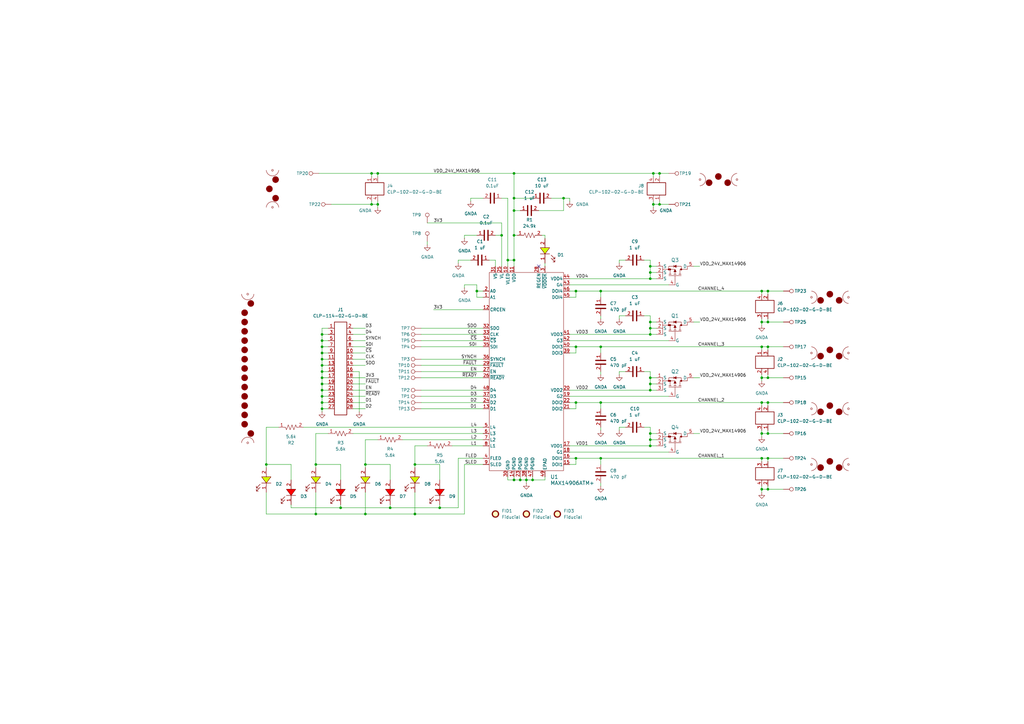
<source format=kicad_sch>
(kicad_sch (version 20231120) (generator "eeschema") (generator_version "8.0")
  (paper "A3")
  (junction (at 246.38 119.38))
  (junction (at 208.28 106.68))
  (junction (at 246.38 165.1))
  (junction (at 236.22 165.1))
  (junction (at 266.7 111.76))
  (junction (at 210.82 196.85))
  (junction (at 312.42 200.66))
  (junction (at 267.97 71.12))
  (junction (at 314.96 165.1))
  (junction (at 132.08 152.4))
  (junction (at 213.36 196.85))
  (junction (at 246.38 187.96))
  (junction (at 170.18 190.5))
  (junction (at 270.51 83.82))
  (junction (at 266.7 137.16))
  (junction (at 132.08 160.02))
  (junction (at 139.7 208.28))
  (junction (at 210.82 81.28))
  (junction (at 266.7 182.88))
  (junction (at 218.44 196.85))
  (junction (at 154.94 83.82))
  (junction (at 266.7 109.22))
  (junction (at 210.82 96.52))
  (junction (at 210.82 86.36))
  (junction (at 314.96 142.24))
  (junction (at 129.54 210.82))
  (junction (at 129.54 190.5))
  (junction (at 149.86 210.82))
  (junction (at 132.08 157.48))
  (junction (at 231.14 81.28))
  (junction (at 266.7 180.34))
  (junction (at 132.08 165.1))
  (junction (at 246.38 142.24))
  (junction (at 312.42 154.94))
  (junction (at 314.96 177.8))
  (junction (at 132.08 162.56))
  (junction (at 266.7 114.3))
  (junction (at 266.7 134.62))
  (junction (at 266.7 177.8))
  (junction (at 205.74 96.52))
  (junction (at 195.58 119.38))
  (junction (at 266.7 132.08))
  (junction (at 236.22 142.24))
  (junction (at 312.42 142.24))
  (junction (at 132.08 147.32))
  (junction (at 314.96 154.94))
  (junction (at 215.9 196.85))
  (junction (at 132.08 144.78))
  (junction (at 266.7 154.94))
  (junction (at 236.22 119.38))
  (junction (at 170.18 210.82))
  (junction (at 152.4 83.82))
  (junction (at 314.96 187.96))
  (junction (at 132.08 142.24))
  (junction (at 132.08 137.16))
  (junction (at 312.42 165.1))
  (junction (at 160.02 208.28))
  (junction (at 312.42 177.8))
  (junction (at 267.97 83.82))
  (junction (at 312.42 132.08))
  (junction (at 132.08 139.7))
  (junction (at 154.94 71.12))
  (junction (at 312.42 187.96))
  (junction (at 132.08 154.94))
  (junction (at 210.82 106.68))
  (junction (at 314.96 132.08))
  (junction (at 266.7 157.48))
  (junction (at 312.42 119.38))
  (junction (at 266.7 160.02))
  (junction (at 270.51 71.12))
  (junction (at 132.08 149.86))
  (junction (at 149.86 190.5))
  (junction (at 210.82 71.12))
  (junction (at 314.96 119.38))
  (junction (at 314.96 200.66))
  (junction (at 180.34 208.28))
  (junction (at 109.22 190.5))
  (junction (at 236.22 187.96))
  (junction (at 132.08 167.64))
  (junction (at 152.4 71.12))
  (no_connect (at 220.98 109.22))
  (wire (pts (xy 208.28 195.58) (xy 208.28 196.85)))
  (wire (pts (xy 160.02 208.28) (xy 139.7 208.28)))
  (wire (pts (xy 193.04 106.68) (xy 187.96 106.68)))
  (wire (pts (xy 223.52 107.95) (xy 223.52 109.22)))
  (wire (pts (xy 254 152.4) (xy 256.54 152.4)))
  (wire (pts (xy 160.02 208.28) (xy 180.34 208.28)))
  (wire (pts (xy 236.22 187.96) (xy 233.68 187.96)))
  (wire (pts (xy 233.68 185.42) (xy 274.32 185.42)))
  (wire (pts (xy 270.51 82.55) (xy 270.51 83.82)))
  (wire (pts (xy 284.48 154.94) (xy 287.02 154.94)))
  (wire (pts (xy 312.42 199.39) (xy 312.42 200.66)))
  (wire (pts (xy 231.14 86.36) (xy 231.14 81.28)))
  (wire (pts (xy 246.38 121.92) (xy 246.38 119.38)))
  (wire (pts (xy 264.16 175.26) (xy 266.7 175.26)))
  (wire (pts (xy 270.51 71.12) (xy 267.97 71.12)))
  (wire (pts (xy 175.26 91.44) (xy 205.74 91.44)))
  (wire (pts (xy 132.08 152.4) (xy 132.08 154.94)))
  (wire (pts (xy 154.94 71.12) (xy 210.82 71.12)))
  (wire (pts (xy 132.08 149.86) (xy 132.08 152.4)))
  (wire (pts (xy 132.08 137.16) (xy 132.08 139.7)))
  (wire (pts (xy 314.96 200.66) (xy 321.31 200.66)))
  (wire (pts (xy 312.42 176.53) (xy 312.42 177.8)))
  (wire (pts (xy 132.08 167.64) (xy 132.08 168.91)))
  (wire (pts (xy 246.38 165.1) (xy 312.42 165.1)))
  (wire (pts (xy 246.38 167.64) (xy 246.38 165.1)))
  (wire (pts (xy 266.7 111.76) (xy 269.24 111.76)))
  (wire (pts (xy 210.82 71.12) (xy 210.82 81.28)))
  (wire (pts (xy 223.52 195.58) (xy 223.52 196.85)))
  (wire (pts (xy 213.36 196.85) (xy 215.9 196.85)))
  (wire (pts (xy 314.96 176.53) (xy 314.96 177.8)))
  (wire (pts (xy 172.72 134.62) (xy 198.12 134.62)))
  (wire (pts (xy 172.72 154.94) (xy 198.12 154.94)))
  (wire (pts (xy 312.42 154.94) (xy 312.42 156.21)))
  (wire (pts (xy 266.7 137.16) (xy 269.24 137.16)))
  (wire (pts (xy 236.22 119.38) (xy 233.68 119.38)))
  (wire (pts (xy 266.7 134.62) (xy 269.24 134.62)))
  (wire (pts (xy 154.94 82.55) (xy 154.94 83.82)))
  (wire (pts (xy 187.96 187.96) (xy 187.96 208.28)))
  (wire (pts (xy 172.72 160.02) (xy 198.12 160.02)))
  (wire (pts (xy 270.51 83.82) (xy 267.97 83.82)))
  (wire (pts (xy 144.78 154.94) (xy 149.86 154.94)))
  (wire (pts (xy 132.08 165.1) (xy 134.62 165.1)))
  (wire (pts (xy 223.52 96.52) (xy 222.25 96.52)))
  (wire (pts (xy 195.58 116.84) (xy 195.58 119.38)))
  (wire (pts (xy 152.4 72.39) (xy 152.4 71.12)))
  (wire (pts (xy 190.5 118.11) (xy 190.5 116.84)))
  (wire (pts (xy 193.04 81.28) (xy 193.04 82.55)))
  (wire (pts (xy 208.28 196.85) (xy 210.82 196.85)))
  (wire (pts (xy 314.96 119.38) (xy 321.31 119.38)))
  (wire (pts (xy 172.72 137.16) (xy 198.12 137.16)))
  (wire (pts (xy 144.78 152.4) (xy 147.32 152.4)))
  (wire (pts (xy 144.78 167.64) (xy 149.86 167.64)))
  (wire (pts (xy 208.28 106.68) (xy 210.82 106.68)))
  (wire (pts (xy 152.4 71.12) (xy 154.94 71.12)))
  (wire (pts (xy 132.08 142.24) (xy 132.08 144.78)))
  (wire (pts (xy 205.74 96.52) (xy 205.74 91.44)))
  (wire (pts (xy 144.78 160.02) (xy 149.86 160.02)))
  (wire (pts (xy 312.42 130.81) (xy 312.42 132.08)))
  (wire (pts (xy 149.86 134.62) (xy 144.78 134.62)))
  (wire (pts (xy 198.12 121.92) (xy 195.58 121.92)))
  (wire (pts (xy 190.5 190.5) (xy 190.5 210.82)))
  (wire (pts (xy 193.04 81.28) (xy 198.12 81.28)))
  (wire (pts (xy 312.42 165.1) (xy 314.96 165.1)))
  (wire (pts (xy 266.7 180.34) (xy 269.24 180.34)))
  (wire (pts (xy 144.78 144.78) (xy 149.86 144.78)))
  (wire (pts (xy 284.48 177.8) (xy 287.02 177.8)))
  (wire (pts (xy 236.22 142.24) (xy 246.38 142.24)))
  (wire (pts (xy 233.68 182.88) (xy 266.7 182.88)))
  (wire (pts (xy 314.96 199.39) (xy 314.96 200.66)))
  (wire (pts (xy 212.09 96.52) (xy 210.82 96.52)))
  (wire (pts (xy 190.5 210.82) (xy 170.18 210.82)))
  (wire (pts (xy 218.44 196.85) (xy 215.9 196.85)))
  (wire (pts (xy 264.16 129.54) (xy 266.7 129.54)))
  (wire (pts (xy 233.68 82.55) (xy 233.68 81.28)))
  (wire (pts (xy 269.24 132.08) (xy 266.7 132.08)))
  (wire (pts (xy 312.42 165.1) (xy 312.42 166.37)))
  (wire (pts (xy 172.72 152.4) (xy 198.12 152.4)))
  (wire (pts (xy 210.82 71.12) (xy 267.97 71.12)))
  (wire (pts (xy 180.34 207.01) (xy 180.34 208.28)))
  (wire (pts (xy 312.42 187.96) (xy 312.42 189.23)))
  (wire (pts (xy 170.18 190.5) (xy 170.18 191.77)))
  (wire (pts (xy 314.96 142.24) (xy 314.96 143.51)))
  (wire (pts (xy 119.38 190.5) (xy 109.22 190.5)))
  (wire (pts (xy 144.78 177.8) (xy 198.12 177.8)))
  (wire (pts (xy 208.28 106.68) (xy 208.28 109.22)))
  (wire (pts (xy 233.68 116.84) (xy 274.32 116.84)))
  (wire (pts (xy 215.9 195.58) (xy 215.9 196.85)))
  (wire (pts (xy 210.82 81.28) (xy 210.82 86.36)))
  (wire (pts (xy 274.32 83.82) (xy 270.51 83.82)))
  (wire (pts (xy 233.68 162.56) (xy 274.32 162.56)))
  (wire (pts (xy 215.9 196.85) (xy 215.9 198.12)))
  (wire (pts (xy 314.96 165.1) (xy 314.96 166.37)))
  (wire (pts (xy 266.7 157.48) (xy 269.24 157.48)))
  (wire (pts (xy 130.81 71.12) (xy 152.4 71.12)))
  (wire (pts (xy 254 176.53) (xy 254 175.26)))
  (wire (pts (xy 314.96 187.96) (xy 314.96 189.23)))
  (wire (pts (xy 312.42 187.96) (xy 314.96 187.96)))
  (wire (pts (xy 269.24 177.8) (xy 266.7 177.8)))
  (wire (pts (xy 144.78 137.16) (xy 149.86 137.16)))
  (wire (pts (xy 132.08 162.56) (xy 132.08 165.1)))
  (wire (pts (xy 132.08 157.48) (xy 132.08 160.02)))
  (wire (pts (xy 233.68 139.7) (xy 274.32 139.7)))
  (wire (pts (xy 246.38 175.26) (xy 246.38 176.53)))
  (wire (pts (xy 312.42 153.67) (xy 312.42 154.94)))
  (wire (pts (xy 266.7 180.34) (xy 266.7 182.88)))
  (wire (pts (xy 314.96 130.81) (xy 314.96 132.08)))
  (wire (pts (xy 269.24 109.22) (xy 266.7 109.22)))
  (wire (pts (xy 266.7 152.4) (xy 266.7 154.94)))
  (wire (pts (xy 165.1 180.34) (xy 198.12 180.34)))
  (wire (pts (xy 246.38 142.24) (xy 312.42 142.24)))
  (wire (pts (xy 266.7 132.08) (xy 266.7 134.62)))
  (wire (pts (xy 236.22 165.1) (xy 233.68 165.1)))
  (wire (pts (xy 266.7 106.68) (xy 266.7 109.22)))
  (wire (pts (xy 172.72 149.86) (xy 198.12 149.86)))
  (wire (pts (xy 314.96 142.24) (xy 321.31 142.24)))
  (wire (pts (xy 129.54 177.8) (xy 134.62 177.8)))
  (wire (pts (xy 266.7 182.88) (xy 269.24 182.88)))
  (wire (pts (xy 109.22 175.26) (xy 109.22 190.5)))
  (wire (pts (xy 144.78 157.48) (xy 149.86 157.48)))
  (wire (pts (xy 160.02 190.5) (xy 149.86 190.5)))
  (wire (pts (xy 210.82 86.36) (xy 210.82 96.52)))
  (wire (pts (xy 119.38 208.28) (xy 139.7 208.28)))
  (wire (pts (xy 149.86 191.77) (xy 149.86 190.5)))
  (wire (pts (xy 180.34 190.5) (xy 180.34 196.85)))
  (wire (pts (xy 177.8 127) (xy 198.12 127)))
  (wire (pts (xy 139.7 196.85) (xy 139.7 190.5)))
  (wire (pts (xy 312.42 132.08) (xy 314.96 132.08)))
  (wire (pts (xy 119.38 207.01) (xy 119.38 208.28)))
  (wire (pts (xy 144.78 139.7) (xy 149.86 139.7)))
  (wire (pts (xy 266.7 154.94) (xy 266.7 157.48)))
  (wire (pts (xy 314.96 187.96) (xy 321.31 187.96)))
  (wire (pts (xy 149.86 180.34) (xy 154.94 180.34)))
  (wire (pts (xy 314.96 165.1) (xy 321.31 165.1)))
  (wire (pts (xy 266.7 177.8) (xy 266.7 180.34)))
  (wire (pts (xy 190.5 190.5) (xy 198.12 190.5)))
  (wire (pts (xy 312.42 119.38) (xy 314.96 119.38)))
  (wire (pts (xy 233.68 190.5) (xy 236.22 190.5)))
  (wire (pts (xy 134.62 134.62) (xy 132.08 134.62)))
  (wire (pts (xy 264.16 152.4) (xy 266.7 152.4)))
  (wire (pts (xy 218.44 196.85) (xy 223.52 196.85)))
  (wire (pts (xy 109.22 201.93) (xy 109.22 210.82)))
  (wire (pts (xy 147.32 152.4) (xy 147.32 168.91)))
  (wire (pts (xy 132.08 144.78) (xy 132.08 147.32)))
  (wire (pts (xy 152.4 83.82) (xy 154.94 83.82)))
  (wire (pts (xy 205.74 96.52) (xy 203.2 96.52)))
  (wire (pts (xy 170.18 182.88) (xy 170.18 190.5)))
  (wire (pts (xy 270.51 72.39) (xy 270.51 71.12)))
  (wire (pts (xy 172.72 142.24) (xy 198.12 142.24)))
  (wire (pts (xy 218.44 195.58) (xy 218.44 196.85)))
  (wire (pts (xy 266.7 134.62) (xy 266.7 137.16)))
  (wire (pts (xy 172.72 162.56) (xy 198.12 162.56)))
  (wire (pts (xy 233.68 160.02) (xy 266.7 160.02)))
  (wire (pts (xy 210.82 86.36) (xy 213.36 86.36)))
  (wire (pts (xy 144.78 147.32) (xy 149.86 147.32)))
  (wire (pts (xy 190.5 116.84) (xy 195.58 116.84)))
  (wire (pts (xy 160.02 207.01) (xy 160.02 208.28)))
  (wire (pts (xy 233.68 167.64) (xy 236.22 167.64)))
  (wire (pts (xy 210.82 196.85) (xy 213.36 196.85)))
  (wire (pts (xy 314.96 177.8) (xy 321.31 177.8)))
  (wire (pts (xy 203.2 106.68) (xy 203.2 109.22)))
  (wire (pts (xy 144.78 149.86) (xy 149.86 149.86)))
  (wire (pts (xy 195.58 121.92) (xy 195.58 119.38)))
  (wire (pts (xy 129.54 177.8) (xy 129.54 190.5)))
  (wire (pts (xy 149.86 210.82) (xy 170.18 210.82)))
  (wire (pts (xy 195.58 119.38) (xy 198.12 119.38)))
  (wire (pts (xy 236.22 121.92) (xy 236.22 119.38)))
  (wire (pts (xy 210.82 106.68) (xy 210.82 109.22)))
  (wire (pts (xy 132.08 167.64) (xy 134.62 167.64)))
  (wire (pts (xy 312.42 177.8) (xy 314.96 177.8)))
  (wire (pts (xy 274.32 71.12) (xy 270.51 71.12)))
  (wire (pts (xy 132.08 157.48) (xy 134.62 157.48)))
  (wire (pts (xy 208.28 81.28) (xy 205.74 81.28)))
  (wire (pts (xy 254 106.68) (xy 256.54 106.68)))
  (wire (pts (xy 132.08 154.94) (xy 134.62 154.94)))
  (wire (pts (xy 236.22 119.38) (xy 246.38 119.38)))
  (wire (pts (xy 246.38 119.38) (xy 312.42 119.38)))
  (wire (pts (xy 254 153.67) (xy 254 152.4)))
  (wire (pts (xy 144.78 165.1) (xy 149.86 165.1)))
  (wire (pts (xy 144.78 162.56) (xy 149.86 162.56)))
  (wire (pts (xy 231.14 81.28) (xy 226.06 81.28)))
  (wire (pts (xy 187.96 208.28) (xy 180.34 208.28)))
  (wire (pts (xy 246.38 152.4) (xy 246.38 153.67)))
  (wire (pts (xy 205.74 109.22) (xy 205.74 96.52)))
  (wire (pts (xy 266.7 109.22) (xy 266.7 111.76)))
  (wire (pts (xy 213.36 195.58) (xy 213.36 196.85)))
  (wire (pts (xy 266.7 114.3) (xy 269.24 114.3)))
  (wire (pts (xy 154.94 85.09) (xy 154.94 83.82)))
  (wire (pts (xy 236.22 187.96) (xy 246.38 187.96)))
  (wire (pts (xy 132.08 144.78) (xy 134.62 144.78)))
  (wire (pts (xy 132.08 147.32) (xy 132.08 149.86)))
  (wire (pts (xy 246.38 187.96) (xy 312.42 187.96)))
  (wire (pts (xy 266.7 157.48) (xy 266.7 160.02)))
  (wire (pts (xy 175.26 99.06) (xy 175.26 100.33)))
  (wire (pts (xy 236.22 167.64) (xy 236.22 165.1)))
  (wire (pts (xy 172.72 167.64) (xy 198.12 167.64)))
  (wire (pts (xy 132.08 147.32) (xy 134.62 147.32)))
  (wire (pts (xy 132.08 160.02) (xy 134.62 160.02)))
  (wire (pts (xy 129.54 201.93) (xy 129.54 210.82)))
  (wire (pts (xy 266.7 160.02) (xy 269.24 160.02)))
  (wire (pts (xy 236.22 165.1) (xy 246.38 165.1)))
  (wire (pts (xy 284.48 109.22) (xy 287.02 109.22)))
  (wire (pts (xy 144.78 142.24) (xy 149.86 142.24)))
  (wire (pts (xy 172.72 139.7) (xy 198.12 139.7)))
  (wire (pts (xy 314.96 119.38) (xy 314.96 120.65)))
  (wire (pts (xy 172.72 147.32) (xy 198.12 147.32)))
  (wire (pts (xy 233.68 81.28) (xy 231.14 81.28)))
  (wire (pts (xy 266.7 175.26) (xy 266.7 177.8)))
  (wire (pts (xy 160.02 196.85) (xy 160.02 190.5)))
  (wire (pts (xy 267.97 72.39) (xy 267.97 71.12)))
  (wire (pts (xy 132.08 139.7) (xy 132.08 142.24)))
  (wire (pts (xy 109.22 191.77) (xy 109.22 190.5)))
  (wire (pts (xy 314.96 132.08) (xy 321.31 132.08)))
  (wire (pts (xy 233.68 121.92) (xy 236.22 121.92)))
  (wire (pts (xy 132.08 152.4) (xy 134.62 152.4)))
  (wire (pts (xy 132.08 142.24) (xy 134.62 142.24)))
  (wire (pts (xy 264.16 106.68) (xy 266.7 106.68)))
  (wire (pts (xy 267.97 85.09) (xy 267.97 83.82)))
  (wire (pts (xy 246.38 129.54) (xy 246.38 130.81)))
  (wire (pts (xy 132.08 154.94) (xy 132.08 157.48)))
  (wire (pts (xy 152.4 82.55) (xy 152.4 83.82)))
  (wire (pts (xy 312.42 119.38) (xy 312.42 120.65)))
  (wire (pts (xy 132.08 162.56) (xy 134.62 162.56)))
  (wire (pts (xy 312.42 142.24) (xy 314.96 142.24)))
  (wire (pts (xy 132.08 149.86) (xy 134.62 149.86)))
  (wire (pts (xy 187.96 106.68) (xy 187.96 107.95)))
  (wire (pts (xy 132.08 137.16) (xy 134.62 137.16)))
  (wire (pts (xy 254 175.26) (xy 256.54 175.26)))
  (wire (pts (xy 200.66 106.68) (xy 203.2 106.68)))
  (wire (pts (xy 254 107.95) (xy 254 106.68)))
  (wire (pts (xy 312.42 154.94) (xy 314.96 154.94)))
  (wire (pts (xy 119.38 196.85) (xy 119.38 190.5)))
  (wire (pts (xy 246.38 198.12) (xy 246.38 199.39)))
  (wire (pts (xy 312.42 200.66) (xy 314.96 200.66)))
  (wire (pts (xy 172.72 165.1) (xy 198.12 165.1)))
  (wire (pts (xy 135.89 83.82) (xy 152.4 83.82)))
  (wire (pts (xy 132.08 165.1) (xy 132.08 167.64)))
  (wire (pts (xy 210.82 195.58) (xy 210.82 196.85)))
  (wire (pts (xy 187.96 187.96) (xy 198.12 187.96)))
  (wire (pts (xy 170.18 201.93) (xy 170.18 210.82)))
  (wire (pts (xy 254 130.81) (xy 254 129.54)))
  (wire (pts (xy 236.22 142.24) (xy 233.68 142.24)))
  (wire (pts (xy 129.54 210.82) (xy 149.86 210.82)))
  (wire (pts (xy 132.08 134.62) (xy 132.08 137.16)))
  (wire (pts (xy 236.22 144.78) (xy 236.22 142.24)))
  (wire (pts (xy 124.46 175.26) (xy 198.12 175.26)))
  (wire (pts (xy 269.24 154.94) (xy 266.7 154.94)))
  (wire (pts (xy 220.98 86.36) (xy 231.14 86.36)))
  (wire (pts (xy 170.18 190.5) (xy 180.34 190.5)))
  (wire (pts (xy 312.42 200.66) (xy 312.42 201.93)))
  (wire (pts (xy 312.42 142.24) (xy 312.42 143.51)))
  (wire (pts (xy 266.7 129.54) (xy 266.7 132.08)))
  (wire (pts (xy 312.42 132.08) (xy 312.42 133.35)))
  (wire (pts (xy 139.7 190.5) (xy 129.54 190.5)))
  (wire (pts (xy 154.94 72.39) (xy 154.94 71.12)))
  (wire (pts (xy 149.86 180.34) (xy 149.86 190.5)))
  (wire (pts (xy 149.86 201.93) (xy 149.86 210.82)))
  (wire (pts (xy 254 129.54) (xy 256.54 129.54)))
  (wire (pts (xy 170.18 182.88) (xy 175.26 182.88)))
  (wire (pts (xy 218.44 81.28) (xy 210.82 81.28)))
  (wire (pts (xy 208.28 81.28) (xy 208.28 106.68)))
  (wire (pts (xy 267.97 82.55) (xy 267.97 83.82)))
  (wire (pts (xy 223.52 97.79) (xy 223.52 96.52)))
  (wire (pts (xy 109.22 210.82) (xy 129.54 210.82)))
  (wire (pts (xy 185.42 182.88) (xy 198.12 182.88)))
  (wire (pts (xy 312.42 177.8) (xy 312.42 179.07)))
  (wire (pts (xy 132.08 139.7) (xy 134.62 139.7)))
  (wire (pts (xy 284.48 132.08) (xy 287.02 132.08)))
  (wire (pts (xy 233.68 114.3) (xy 266.7 114.3)))
  (wire (pts (xy 246.38 144.78) (xy 246.38 142.24)))
  (wire (pts (xy 190.5 96.52) (xy 195.58 96.52)))
  (wire (pts (xy 210.82 96.52) (xy 210.82 106.68)))
  (wire (pts (xy 246.38 190.5) (xy 246.38 187.96)))
  (wire (pts (xy 266.7 111.76) (xy 266.7 114.3)))
  (wire (pts (xy 314.96 153.67) (xy 314.96 154.94)))
  (wire (pts (xy 233.68 144.78) (xy 236.22 144.78)))
  (wire (pts (xy 129.54 191.77) (xy 129.54 190.5)))
  (wire (pts (xy 236.22 190.5) (xy 236.22 187.96)))
  (wire (pts (xy 132.08 160.02) (xy 132.08 162.56)))
  (wire (pts (xy 109.22 175.26) (xy 114.3 175.26)))
  (wire (pts (xy 314.96 154.94) (xy 321.31 154.94)))
  (wire (pts (xy 233.68 137.16) (xy 266.7 137.16)))
  (wire (pts (xy 139.7 207.01) (xy 139.7 208.28)))
  (wire (pts (xy 190.5 96.52) (xy 190.5 97.79)))
  (label "D2" (at 195.58 165.1 180))
  (label "SLED" (at 195.58 190.5 180))
  (label "D4" (at 195.58 160.02 180))
  (label "L3" (at 195.58 177.8 180))
  (label "D2" (at 149.86 167.64 0))
  (label "~{CS}" (at 195.58 139.7 180))
  (label "CHANNEL_2" (at 297.18 165.1 180))
  (label "CHANNEL_3" (at 297.18 142.24 180))
  (label "~{FAULT}" (at 195.58 149.86 180))
  (label "SYNCH" (at 195.58 147.32 180))
  (label "SDO" (at 195.58 134.62 180))
  (label "VDD_24V_MAX14906" (at 177.8 71.12 0))
  (label "SDI" (at 195.58 142.24 180))
  (label "D1" (at 195.58 167.64 180))
  (label "~{FAULT}" (at 149.86 157.48 0))
  (label "EN" (at 195.58 152.4 180))
  (label "D3" (at 149.86 134.62 0))
  (label "VDD3" (at 236.22 137.16 0))
  (label "~{READY}" (at 149.86 162.56 0))
  (label "CHANNEL_1" (at 297.18 187.96 180))
  (label "SDI" (at 149.86 142.24 0))
  (label "VDD_24V_MAX14906" (at 287.02 109.22 0))
  (label "VDD2" (at 236.22 160.02 0))
  (label "VDD_24V_MAX14906" (at 287.02 177.8 0))
  (label "SYNCH" (at 149.86 139.7 0))
  (label "FLED" (at 195.58 187.96 180))
  (label "L4" (at 195.58 175.26 180))
  (label "~{READY}" (at 195.58 154.94 180))
  (label "D4" (at 149.86 137.16 0))
  (label "VDD_24V_MAX14906" (at 287.02 132.08 0))
  (label "CHANNEL_4" (at 297.18 119.38 180))
  (label "CLK" (at 195.58 137.16 180))
  (label "VDD1" (at 236.22 182.88 0))
  (label "L1" (at 195.58 182.88 180))
  (label "VDD4" (at 236.22 114.3 0))
  (label "VDD_24V_MAX14906" (at 287.02 154.94 0))
  (label "SDO" (at 149.86 149.86 0))
  (label "D1" (at 149.86 165.1 0))
  (label "3V3" (at 177.8 91.44 0))
  (label "~{CS}" (at 149.86 144.78 0))
  (label "3V3" (at 177.8 127 0))
  (label "EN" (at 149.86 160.02 0))
  (label "D3" (at 195.58 162.56 180))
  (label "CLK" (at 149.86 147.32 0))
  (label "3V3" (at 149.86 154.94 0))
  (label "L2" (at 195.58 180.34 180))
  (symbol (lib_id "power:GNDA") (at 254 153.67 0) (unit 1)
    (property "Reference" "#PWR013" (effects (hide yes)))
    (property "Value" "GNDA" (at 254 158.75 0))
    (property "Description" "Power symbol creates a global label with name \"GNDA\" , analog ground" (effects (hide yes)))
  )
  (symbol (lib_id "UNITED_CONNECTORS_DATA_BASE:J_CLP-102-02-G-D-BE") (at 269.24 77.47 270) (mirror x) (unit 1)
    (property "Reference" "J8" (at 264.16 76.1999 90) (effects (justify right)))
    (property "Value" "CLP-102-02-G-D-BE" (at 264.16 78.7399 90) (effects (justify right)))
    (property "Footprint" "connector_footprints:CLP-102-02-G-D-BE" (effects (hide yes)))
    (property "Datasheet" "https://suddendocs.samtec.com/catalog_english/clp_sm.pdf?_gl=1*1y4jlr9*_gcl_au*MTM0MTYyNTQ5MS4xNzM2MDk5MTUz*_ga*MTYxNDYyMTQ0Mi4xNzM2MDk5MTUz*_ga_3KFNZC07WW*MTczNjY4MDQ4OS4xNS4xLjE3MzY2ODEzNzcuNjAuMC4w" (effects (hide yes)))
    (property "Description" "Samtec CLP-1xx-02-G-D-BE series,  2 positions connector,  1.27 mm pitch,  Black,  Vertical mounting,  5.2 A,  300 V,  Through Hole,  Tin plated" (effects (hide yes)))
    (property "Color" "Black" (effects (hide yes)))
    (property "Contact Plating" "Tin" (effects (hide yes)))
    (property "Current Rating (A)" "5.2" (effects (hide yes)))
    (property "MPN" "CLP-102-02-G-D-BE" (effects (hide yes)))
    (property "Manufacturer" "Samtec" (effects (hide yes)))
    (property "Mounting Angle" "Vertical" (effects (hide yes)))
    (property "Mounting Style" "Through Hole" (effects (hide yes)))
    (property "Number of Rows" "2" (effects (hide yes)))
    (property "Pin Count" "2" (effects (hide yes)))
    (property "Pitch (mm)" "1.27" (effects (hide yes)))
    (property "Series" "CLP-1xx-02-G-D-BE" (effects (hide yes)))
    (property "Symbol Name" "J_CLP-102-02-G-D-BE" (effects (hide yes)))
    (property "Trustedparts Search" "https://www.trustedparts.com/en/search/CLP-102-02-G-D-BE" (effects (hide yes)))
    (property "Voltage Rating (V)" "300" (effects (hide yes)))
  )
  (symbol (lib_id "UNITED_TRANSISTORS_DATA_BASE:Q_SI7309DN-T1-GE3") (at 276.86 133.35 0) (mirror y) (unit 1)
    (property "Reference" "Q1" (at 276.86 129.54 0) (effects (font (size 1.524 1.524))))
    (property "Value" "SI7309DN-T1-E3" (effects (hide yes)))
    (property "Footprint" "transistor_footprints:PowerPAK 1212-8" (effects (hide yes)))
    (property "Datasheet" "https://www.vishay.com/docs/73434/si7309dn.pdf" (effects (hide yes)))
    (property "Description" "Transistor -60.0 V" (effects (hide yes)))
    (property "Drain Current (A)" "-8.0" (effects (hide yes)))
    (property "MPN" "SI7309DN-T1-GE3" (effects (hide yes)))
    (property "Manufacturer" "Vishay Semiconductors" (effects (hide yes)))
    (property "Series" "SI7309DN-T1-GE3" (effects (hide yes)))
    (property "Symbol Name" "Q_SI7309DN-T1-GE3" (effects (hide yes)))
    (property "Transistor Type" "P-Channel" (effects (hide yes)))
    (property "Trustedparts Search" "https://www.trustedparts.com/en/search/SI7309DN-T1-GE3" (effects (hide yes)))
  )
  (symbol (lib_id "UNITED_TEST_POINTS:TestPoint_Castelated") (at 172.72 139.7 90) (mirror x) (unit 1)
    (property "Reference" "TP5" (at 168.148 139.7 90) (effects (justify left)))
    (property "Value" "TestPoint" (effects (hide yes)))
    (property "Footprint" "test_point_footprints:TestPoint_THTPad_Castelated" (effects (hide yes)))
    (property "Description" "test point" (effects (hide yes)))
  )
  (symbol (lib_id "UNITED_CONNECTORS_DATA_BASE:J_CLP-102-02-G-D-BE") (at 313.69 171.45 270) (mirror x) (unit 1)
    (property "Reference" "J3" (at 318.77 170.1799 90) (effects (justify left)))
    (property "Value" "CLP-102-02-G-D-BE" (at 318.77 172.7199 90) (effects (justify left)))
    (property "Footprint" "connector_footprints:CLP-102-02-G-D-BE" (effects (hide yes)))
    (property "Datasheet" "https://suddendocs.samtec.com/catalog_english/clp_sm.pdf?_gl=1*1y4jlr9*_gcl_au*MTM0MTYyNTQ5MS4xNzM2MDk5MTUz*_ga*MTYxNDYyMTQ0Mi4xNzM2MDk5MTUz*_ga_3KFNZC07WW*MTczNjY4MDQ4OS4xNS4xLjE3MzY2ODEzNzcuNjAuMC4w" (effects (hide yes)))
    (property "Description" "Samtec CLP-1xx-02-G-D-BE series,  2 positions connector,  1.27 mm pitch,  Black,  Vertical mounting,  5.2 A,  300 V,  Through Hole,  Tin plated" (effects (hide yes)))
    (property "Color" "Black" (effects (hide yes)))
    (property "Contact Plating" "Tin" (effects (hide yes)))
    (property "Current Rating (A)" "5.2" (effects (hide yes)))
    (property "MPN" "CLP-102-02-G-D-BE" (effects (hide yes)))
    (property "Manufacturer" "Samtec" (effects (hide yes)))
    (property "Mounting Angle" "Vertical" (effects (hide yes)))
    (property "Mounting Style" "Through Hole" (effects (hide yes)))
    (property "Number of Rows" "2" (effects (hide yes)))
    (property "Pin Count" "2" (effects (hide yes)))
    (property "Pitch (mm)" "1.27" (effects (hide yes)))
    (property "Series" "CLP-1xx-02-G-D-BE" (effects (hide yes)))
    (property "Symbol Name" "J_CLP-102-02-G-D-BE" (effects (hide yes)))
    (property "Trustedparts Search" "https://www.trustedparts.com/en/search/CLP-102-02-G-D-BE" (effects (hide yes)))
    (property "Voltage Rating (V)" "300" (effects (hide yes)))
  )
  (symbol (lib_id "UNITED_CAPACITORS_DATA_BASE:C_GRJ21BC72A105KE11L") (at 260.35 106.68 180) (unit 1)
    (property "Reference" "C9" (at 260.35 99.06 0))
    (property "Value" "1 uF" (at 260.35 101.6 0))
    (property "Footprint" "capacitor_footprints:C_0805_2012Metric" (effects (hide yes)))
    (property "Datasheet" "https://search.murata.co.jp/Ceramy/image/img/A01X/G101/ENG/GRJ21BC72A105KE11-01.pdf" (effects (hide yes)))
    (property "Description" "CAP SMD 1 µF X7S 10% 0805 100V" (effects (hide yes)))
    (property "MPN" "GRJ21BC72A105KE11L" (effects (hide yes)))
    (property "Voltage Rating DC" "100 VDC " (effects (hide yes)))
    (property "Tolerance" "10%" (effects (hide yes)))
    (property "Symbol Name" "C_GRJ21BC72A105KE11L" (effects (hide yes)))
    (property "Manufacturer" "Murata Electronics" (effects (hide yes)))
    (property "Case Code - in" "0805" (effects (hide yes)))
    (property "Case Code - mm" "2012" (effects (hide yes)))
    (property "Dielectric" "X7S" (effects (hide yes)))
    (property "Series" "GRJ21BC72A" (effects (hide yes)))
    (property "Trustedparts Search" "https://www.trustedparts.com/en/search/GRJ21BC72A105KE11L" (effects (hide yes)))
    (property "Voltage Rating" "100V" (effects (hide yes)))
  )
  (symbol (lib_id "UNITED_TEST_POINTS:TestPoint_Castelated") (at 172.72 134.62 90) (mirror x) (unit 1)
    (property "Reference" "TP7" (at 168.148 134.62 90) (effects (justify left)))
    (property "Value" "TestPoint" (effects (hide yes)))
    (property "Footprint" "test_point_footprints:TestPoint_THTPad_Castelated" (effects (hide yes)))
    (property "Description" "test point" (effects (hide yes)))
  )
  (symbol (lib_id "UNITED_RESISTORS_DATA_BASE:R_RMCF0402JT5K60") (at 180.34 182.88 0) (mirror x) (unit 1)
    (property "Reference" "R5" (at 180.34 186.69 0))
    (property "Value" "5.6k" (at 180.34 189.23 0))
    (property "Footprint" "resistor_footprints:R_0402_1005Metric" (effects (hide yes)))
    (property "Datasheet" "https://www.seielect.com/Catalog/SEI-RMCF_RMCP.pdf" (effects (hide yes)))
    (property "Description" "RES SMD 5.6 kΩ 5% 0402 50V" (effects (hide yes)))
    (property "MPN" "RMCF0402JT5K60" (effects (hide yes)))
    (property "Voltage Rating" "50V" (effects (hide yes)))
    (property "Manufacturer" "SEI Stackpole" (effects (hide yes)))
    (property "Tolerance" "5%" (effects (hide yes)))
    (property "Symbol Name" "R_RMCF0402JT5K60" (effects (hide yes)))
    (property "Case Code - in" "0402" (effects (hide yes)))
    (property "Case Code - mm" "1005" (effects (hide yes)))
    (property "Series" "RMCF0402JT" (effects (hide yes)))
    (property "Temperature Coefficient" "100 ppm/°C" (effects (hide yes)))
    (property "Trustedparts Search" "https://www.trustedparts.com/en/search/RMCF0402JT5K60" (effects (hide yes)))
  )
  (symbol (lib_id "power:GNDA") (at 175.26 100.33 0) (mirror y) (unit 1)
    (property "Reference" "#PWR015" (effects (hide yes)))
    (property "Value" "GNDA" (at 175.26 105.41 0))
    (property "Description" "Power symbol creates a global label with name \"GNDA\" , analog ground" (effects (hide yes)))
  )
  (symbol (lib_id "UNITED_MOUSE_BITES_DATA_BASE:mouse-bite-50mil-790mil") (at 101.6 151.13 270) (unit 1)
    (property "Reference" "MB5" (effects (hide yes)))
    (property "Value" "mouse-bite-midle-50mil-200mil" (effects (hide yes)))
    (property "Footprint" "mouse_bite_footprints:mouse-bite-50mil-790mil" (effects (hide yes)))
  )
  (symbol (lib_id "UNITED_CAPACITORS_DATA_BASE:C_VJ0603Y471KXBAC") (at 246.38 148.59 270) (unit 1)
    (property "Reference" "C5" (at 250.19 147.3199 90) (effects (justify left)))
    (property "Value" "470 pF" (at 250.19 149.8599 90) (effects (justify left)))
    (property "Footprint" "capacitor_footprints:C_0603_1608Metric" (effects (hide yes)))
    (property "Datasheet" "https://www.vishay.com/docs/45199/vjcommercialseries.pdf" (effects (hide yes)))
    (property "Description" "CAP SMD 470 pF X7R 10% 0603 100V" (effects (hide yes)))
    (property "MPN" "VJ0603Y471KXBAC" (effects (hide yes)))
    (property "Voltage Rating DC" "100 VDC " (effects (hide yes)))
    (property "Tolerance" "10%" (effects (hide yes)))
    (property "Symbol Name" "C_VJ0603Y471KXBAC" (effects (hide yes)))
    (property "Manufacturer" "Vishay" (effects (hide yes)))
    (property "Case Code - in" "0603" (effects (hide yes)))
    (property "Case Code - mm" "1608" (effects (hide yes)))
    (property "Dielectric" "X7R" (effects (hide yes)))
    (property "Series" "VJ0603Y" (effects (hide yes)))
    (property "Trustedparts Search" "https://www.trustedparts.com/en/search/CL31/VJ0603Y471KXBAC" (effects (hide yes)))
    (property "Voltage Rating" "100V" (effects (hide yes)))
  )
  (symbol (lib_id "power:GNDA") (at 246.38 153.67 0) (unit 1)
    (property "Reference" "#PWR08" (effects (hide yes)))
    (property "Value" "GNDA" (at 246.38 158.75 0))
    (property "Description" "Power symbol creates a global label with name \"GNDA\" , analog ground" (effects (hide yes)))
  )
  (symbol (lib_id "UNITED_TEST_POINTS:TestPoint_Castelated") (at 172.72 162.56 90) (mirror x) (unit 1)
    (property "Reference" "TP1" (at 168.148 162.56 90) (effects (justify left)))
    (property "Value" "TestPoint" (effects (hide yes)))
    (property "Footprint" "test_point_footprints:TestPoint_THTPad_Castelated" (effects (hide yes)))
    (property "Description" "test point" (effects (hide yes)))
  )
  (symbol (lib_id "UNITED_TEST_POINTS:TestPoint_Castelated") (at 135.89 83.82 90) (mirror x) (unit 1)
    (property "Reference" "TP22" (at 131.572 83.82 90) (effects (justify left)))
    (property "Value" "TestPoint" (effects (hide yes)))
    (property "Footprint" "test_point_footprints:TestPoint_THTPad_Castelated" (effects (hide yes)))
    (property "Description" "test point" (effects (hide yes)))
  )
  (symbol (lib_id "power:GNDA") (at 193.04 82.55 0) (mirror y) (unit 1)
    (property "Reference" "#PWR04" (effects (hide yes)))
    (property "Value" "GNDA" (at 193.04 87.63 0))
    (property "Description" "Power symbol creates a global label with name \"GNDA\" , analog ground" (effects (hide yes)))
  )
  (symbol (lib_id "UNITED_MOUSE_BITES_DATA_BASE:mouse-bite-midle-50mil-200mil") (at 340.36 121.92 0) (unit 1)
    (property "Reference" "MB1" (effects (hide yes)))
    (property "Value" "mouse-bite-midle-50mil-200mil" (effects (hide yes)))
    (property "Footprint" "mouse_bite_footprints:mouse-bite-midle-50mil-200mil" (effects (hide yes)))
  )
  (symbol (lib_id "power:GNDA") (at 312.42 179.07 0) (unit 1)
    (property "Reference" "#PWR023" (effects (hide yes)))
    (property "Value" "GNDA" (at 312.42 184.15 0))
    (property "Description" "Power symbol creates a global label with name \"GNDA\" , analog ground" (effects (hide yes)))
  )
  (symbol (lib_id "UNITED_RESISTORS_DATA_BASE:R_RMCF0402JT5K60") (at 119.38 175.26 0) (mirror x) (unit 1)
    (property "Reference" "R2" (at 119.38 181.61 0))
    (property "Value" "5.6k" (at 119.38 179.07 0))
    (property "Footprint" "resistor_footprints:R_0402_1005Metric" (effects (hide yes)))
    (property "Datasheet" "https://www.seielect.com/Catalog/SEI-RMCF_RMCP.pdf" (effects (hide yes)))
    (property "Description" "RES SMD 5.6 kΩ 5% 0402 50V" (effects (hide yes)))
    (property "MPN" "RMCF0402JT5K60" (effects (hide yes)))
    (property "Voltage Rating" "50V" (effects (hide yes)))
    (property "Manufacturer" "SEI Stackpole" (effects (hide yes)))
    (property "Tolerance" "5%" (effects (hide yes)))
    (property "Symbol Name" "R_RMCF0402JT5K60" (effects (hide yes)))
    (property "Case Code - in" "0402" (effects (hide yes)))
    (property "Case Code - mm" "1005" (effects (hide yes)))
    (property "Series" "RMCF0402JT" (effects (hide yes)))
    (property "Temperature Coefficient" "100 ppm/°C" (effects (hide yes)))
    (property "Trustedparts Search" "https://www.trustedparts.com/en/search/RMCF0402JT5K60" (effects (hide yes)))
  )
  (symbol (lib_id "UNITED_CAPACITORS_DATA_BASE:C_CL31B106KBHNNN#") (at 222.25 81.28 0) (mirror x) (unit 1)
    (property "Reference" "C13" (at 222.25 73.66 0))
    (property "Value" "10 uF" (at 222.25 76.2 0))
    (property "Footprint" "capacitor_footprints:C_1206_3216Metric" (effects (hide yes)))
    (property "Datasheet" "https://weblib.samsungsem.com/mlcc/mlcc-ec-data-sheet.do?partNumber=CL31B106KBHNNN#" (effects (hide yes)))
    (property "Description" "CAP SMD 10 µF X7R 10% 1206 50V" (effects (hide yes)))
    (property "MPN" "CL31B106KBHNNN#" (effects (hide yes)))
    (property "Voltage Rating DC" "50 VDC " (effects (hide yes)))
    (property "Tolerance" "10%" (effects (hide yes)))
    (property "Symbol Name" "C_CL31B106KBHNNN#" (effects (hide yes)))
    (property "Manufacturer" "Samsung Electro-Mechanics" (effects (hide yes)))
    (property "Case Code - in" "1206" (effects (hide yes)))
    (property "Case Code - mm" "3216" (effects (hide yes)))
    (property "Dielectric" "X7R" (effects (hide yes)))
    (property "Series" "CL31B" (effects (hide yes)))
    (property "Trustedparts Search" "https://www.trustedparts.com/en/search/CL31/CL31B106KBHNNN#" (effects (hide yes)))
    (property "Voltage Rating" "50V" (effects (hide yes)))
  )
  (symbol (lib_id "UNITED_CONNECTORS_DATA_BASE:J_CLP-102-02-G-D-BE") (at 313.69 194.31 270) (unit 1)
    (property "Reference" "J7" (at 318.77 193.0399 90) (effects (justify left)))
    (property "Value" "CLP-102-02-G-D-BE" (at 318.77 195.5799 90) (effects (justify left)))
    (property "Footprint" "connector_footprints:CLP-102-02-G-D-BE" (effects (hide yes)))
    (property "Datasheet" "https://suddendocs.samtec.com/catalog_english/clp_sm.pdf?_gl=1*1y4jlr9*_gcl_au*MTM0MTYyNTQ5MS4xNzM2MDk5MTUz*_ga*MTYxNDYyMTQ0Mi4xNzM2MDk5MTUz*_ga_3KFNZC07WW*MTczNjY4MDQ4OS4xNS4xLjE3MzY2ODEzNzcuNjAuMC4w" (effects (hide yes)))
    (property "Description" "Samtec CLP-1xx-02-G-D-BE series,  2 positions connector,  1.27 mm pitch,  Black,  Vertical mounting,  5.2 A,  300 V,  Through Hole,  Tin plated" (effects (hide yes)))
    (property "Color" "Black" (effects (hide yes)))
    (property "Contact Plating" "Tin" (effects (hide yes)))
    (property "Current Rating (A)" "5.2" (effects (hide yes)))
    (property "MPN" "CLP-102-02-G-D-BE" (effects (hide yes)))
    (property "Manufacturer" "Samtec" (effects (hide yes)))
    (property "Mounting Angle" "Vertical" (effects (hide yes)))
    (property "Mounting Style" "Through Hole" (effects (hide yes)))
    (property "Number of Rows" "2" (effects (hide yes)))
    (property "Pin Count" "2" (effects (hide yes)))
    (property "Pitch (mm)" "1.27" (effects (hide yes)))
    (property "Series" "CLP-1xx-02-G-D-BE" (effects (hide yes)))
    (property "Symbol Name" "J_CLP-102-02-G-D-BE" (effects (hide yes)))
    (property "Trustedparts Search" "https://www.trustedparts.com/en/search/CLP-102-02-G-D-BE" (effects (hide yes)))
    (property "Voltage Rating (V)" "300" (effects (hide yes)))
  )
  (symbol (lib_id "UNITED_DIODES_DATA_BASE:D_APHHS1005LSECK-J3-PF") (at 139.7 201.93 90) (mirror x) (unit 1)
    (property "Reference" "D5" (at 143.51 203.5809 90) (effects (justify right)))
    (property "Value" "APHHS1005LSECK/J3-PF" (effects (hide yes)))
    (property "Footprint" "diode_footprints:LED_RED_0402_1005Metric" (effects (hide yes)))
    (property "Datasheet" "https://www.kingbrightusa.com/product.asp?catalog_name=LED&product_id=APHHS1005LSECK/J3-PF" (effects (hide yes)))
    (property "Description" "Red LED SMD 1.8 V" (effects (hide yes)))
    (property "Diode Type" "Red LED" (effects (hide yes)))
    (property "MPN" "APHHS1005LSECK/J3-PF" (effects (hide yes)))
    (property "Manufacturer" "Kingbright" (effects (hide yes)))
    (property "Maximum DC Current (A)" "0.03" (effects (hide yes)))
    (property "Series" "APHHS1005LSECK-J3-PF" (effects (hide yes)))
    (property "Symbol Name" "D_APHHS1005LSECK-J3-PF" (effects (hide yes)))
    (property "Trustedparts Search" "https://www.trustedparts.com/en/search/APHHS1005LSECK/J3-PF" (effects (hide yes)))
  )
  (symbol (lib_id "UNITED_TEST_POINTS:TestPoint_Castelated") (at 172.72 154.94 90) (mirror x) (unit 1)
    (property "Reference" "TP12" (at 168.148 154.94 90) (effects (justify left)))
    (property "Value" "TestPoint" (effects (hide yes)))
    (property "Footprint" "test_point_footprints:TestPoint_THTPad_Castelated" (effects (hide yes)))
    (property "Description" "test point" (effects (hide yes)))
  )
  (symbol (lib_id "UNITED_IC_ADI:U_MAX14906ATM+") (at 215.9 152.4 0) (unit 1)
    (property "Reference" "U1" (at 225.7141 195.58 0) (effects (font (size 1.524 1.524)) (justify left)))
    (property "Value" "MAX14906ATM+" (at 225.7141 198.12 0) (effects (font (size 1.524 1.524)) (justify left)))
    (property "Footprint" "analog_devices_footprints:21-0144H_T4877-6" (effects (hide yes)))
    (property "Datasheet" "https://www.analog.com/media/en/technical-documentation/data-sheets/MAX14906.pdf" (effects (hide yes)))
    (property "Description" "Quad-Channel Industrial Digital Output, Digital Input" (effects (hide yes)))
    (property "MPN" "MAX14906ATM+" (effects (hide yes)))
  )
  (symbol (lib_id "UNITED_TRANSISTORS_DATA_BASE:Q_SI7309DN-T1-GE3") (at 276.86 179.07 0) (mirror y) (unit 1)
    (property "Reference" "Q4" (at 276.86 175.26 0) (effects (font (size 1.524 1.524))))
    (property "Value" "SI7309DN-T1-E3" (effects (hide yes)))
    (property "Footprint" "transistor_footprints:PowerPAK 1212-8" (effects (hide yes)))
    (property "Datasheet" "https://www.vishay.com/docs/73434/si7309dn.pdf" (effects (hide yes)))
    (property "Description" "Transistor -60.0 V" (effects (hide yes)))
    (property "Drain Current (A)" "-8.0" (effects (hide yes)))
    (property "MPN" "SI7309DN-T1-GE3" (effects (hide yes)))
    (property "Manufacturer" "Vishay Semiconductors" (effects (hide yes)))
    (property "Series" "SI7309DN-T1-GE3" (effects (hide yes)))
    (property "Symbol Name" "Q_SI7309DN-T1-GE3" (effects (hide yes)))
    (property "Transistor Type" "P-Channel" (effects (hide yes)))
    (property "Trustedparts Search" "https://www.trustedparts.com/en/search/SI7309DN-T1-GE3" (effects (hide yes)))
  )
  (symbol (lib_id "power:GNDA") (at 254 107.95 0) (unit 1)
    (property "Reference" "#PWR011" (effects (hide yes)))
    (property "Value" "GNDA" (at 254 113.03 0))
    (property "Description" "Power symbol creates a global label with name \"GNDA\" , analog ground" (effects (hide yes)))
  )
  (symbol (lib_id "UNITED_CAPACITORS_DATA_BASE:C_GCM155R71H104KE02D") (at 199.39 96.52 0) (mirror x) (unit 1)
    (property "Reference" "C2" (at 199.39 88.9 0))
    (property "Value" "0.1uF" (at 199.39 91.44 0))
    (property "Footprint" "capacitor_footprints:C_0402_1005Metric" (effects (hide yes)))
    (property "Datasheet" "https://search.murata.co.jp/Ceramy/image/img/A01X/G101/ENG/GCM155R71H104KE02-01.pdf" (effects (hide yes)))
    (property "Description" "CAP SMD 100 nF X7R 10% 0402 50V" (effects (hide yes)))
    (property "MPN" "GCM155R71H104KE02D" (effects (hide yes)))
    (property "Voltage Rating DC" "50 VDC " (effects (hide yes)))
    (property "Tolerance" "10%" (effects (hide yes)))
    (property "Symbol Name" "C_GCM155R71H104KE02D" (effects (hide yes)))
    (property "Manufacturer" "Murata Electronics" (effects (hide yes)))
    (property "Case Code - in" "0402" (effects (hide yes)))
    (property "Case Code - mm" "1005" (effects (hide yes)))
    (property "Dielectric" "X7R" (effects (hide yes)))
    (property "Series" "GCM155R71H" (effects (hide yes)))
    (property "Trustedparts Search" "https://www.trustedparts.com/en/search/GCM155R71H104KE02D" (effects (hide yes)))
    (property "Voltage Rating" "50V" (effects (hide yes)))
  )
  (symbol (lib_id "UNITED_TEST_POINTS:TestPoint_Castelated") (at 321.31 200.66 270) (mirror x) (unit 1)
    (property "Reference" "TP26" (at 325.882 200.66 90) (effects (justify left)))
    (property "Value" "TestPoint" (effects (hide yes)))
    (property "Footprint" "test_point_footprints:TestPoint_THTPad_Castelated" (effects (hide yes)))
    (property "Description" "test point" (effects (hide yes)))
  )
  (symbol (lib_id "UNITED_TEST_POINTS:TestPoint_Castelated") (at 274.32 83.82 270) (unit 1)
    (property "Reference" "TP21" (at 278.638 83.82 90) (effects (justify left)))
    (property "Value" "TestPoint" (effects (hide yes)))
    (property "Footprint" "test_point_footprints:TestPoint_THTPad_Castelated" (effects (hide yes)))
    (property "Description" "test point" (effects (hide yes)))
  )
  (symbol (lib_id "UNITED_RESISTORS_DATA_BASE:R_RMCF0402JT5K60") (at 139.7 177.8 0) (unit 1)
    (property "Reference" "R3" (at 139.7 181.61 0))
    (property "Value" "5.6k" (at 139.7 184.15 0))
    (property "Footprint" "resistor_footprints:R_0402_1005Metric" (effects (hide yes)))
    (property "Datasheet" "https://www.seielect.com/Catalog/SEI-RMCF_RMCP.pdf" (effects (hide yes)))
    (property "Description" "RES SMD 5.6 kΩ 5% 0402 50V" (effects (hide yes)))
    (property "MPN" "RMCF0402JT5K60" (effects (hide yes)))
    (property "Voltage Rating" "50V" (effects (hide yes)))
    (property "Manufacturer" "SEI Stackpole" (effects (hide yes)))
    (property "Tolerance" "5%" (effects (hide yes)))
    (property "Symbol Name" "R_RMCF0402JT5K60" (effects (hide yes)))
    (property "Case Code - in" "0402" (effects (hide yes)))
    (property "Case Code - mm" "1005" (effects (hide yes)))
    (property "Series" "RMCF0402JT" (effects (hide yes)))
    (property "Temperature Coefficient" "100 ppm/°C" (effects (hide yes)))
    (property "Trustedparts Search" "https://www.trustedparts.com/en/search/RMCF0402JT5K60" (effects (hide yes)))
  )
  (symbol (lib_id "power:GNDA") (at 312.42 201.93 0) (unit 1)
    (property "Reference" "#PWR024" (effects (hide yes)))
    (property "Value" "GNDA" (at 312.42 207.01 0))
    (property "Description" "Power symbol creates a global label with name \"GNDA\" , analog ground" (effects (hide yes)))
  )
  (symbol (lib_id "UNITED_TEST_POINTS:TestPoint_Castelated") (at 321.31 119.38 270) (mirror x) (unit 1)
    (property "Reference" "TP23" (at 325.882 119.38 90) (effects (justify left)))
    (property "Value" "TestPoint" (effects (hide yes)))
    (property "Footprint" "test_point_footprints:TestPoint_THTPad_Castelated" (effects (hide yes)))
    (property "Description" "test point" (effects (hide yes)))
  )
  (symbol (lib_id "UNITED_TEST_POINTS:TestPoint_Castelated") (at 172.72 137.16 90) (mirror x) (unit 1)
    (property "Reference" "TP6" (at 168.148 137.16 90) (effects (justify left)))
    (property "Value" "TestPoint" (effects (hide yes)))
    (property "Footprint" "test_point_footprints:TestPoint_THTPad_Castelated" (effects (hide yes)))
    (property "Description" "test point" (effects (hide yes)))
  )
  (symbol (lib_id "power:GNDA") (at 233.68 82.55 0) (mirror y) (unit 1)
    (property "Reference" "#PWR06" (effects (hide yes)))
    (property "Value" "GNDA" (at 236.22 83.8199 0) (effects (justify right)))
    (property "Description" "Power symbol creates a global label with name \"GNDA\" , analog ground" (effects (hide yes)))
  )
  (symbol (lib_id "UNITED_TEST_POINTS:TestPoint_Castelated") (at 130.81 71.12 90) (mirror x) (unit 1)
    (property "Reference" "TP20" (at 126.492 71.12 90) (effects (justify left)))
    (property "Value" "TestPoint" (effects (hide yes)))
    (property "Footprint" "test_point_footprints:TestPoint_THTPad_Castelated" (effects (hide yes)))
    (property "Description" "test point" (effects (hide yes)))
  )
  (symbol (lib_id "power:GNDA") (at 154.94 85.09 0) (unit 1)
    (property "Reference" "#PWR019" (effects (hide yes)))
    (property "Value" "GNDA" (at 152.4 86.3599 0) (effects (justify right)))
    (property "Description" "Power symbol creates a global label with name \"GNDA\" , analog ground" (effects (hide yes)))
  )
  (symbol (lib_id "UNITED_DIODES_DATA_BASE:D_APHHS1005CGCK") (at 149.86 196.85 90) (mirror x) (unit 1)
    (property "Reference" "D6" (at 153.67 198.5009 90) (effects (justify right)))
    (property "Value" "APHHS1005CGCK" (effects (hide yes)))
    (property "Footprint" "diode_footprints:LED_GREEN_0402_1005Metric" (effects (hide yes)))
    (property "Datasheet" "https://www.kingbrightusa.com/product.asp?catalog_name=LED&product_id=APHHS1005CGCK" (effects (hide yes)))
    (property "Description" "Green LED SMD 1.8 V" (effects (hide yes)))
    (property "Diode Type" "Green LED" (effects (hide yes)))
    (property "MPN" "APHHS1005CGCK" (effects (hide yes)))
    (property "Manufacturer" "Kingbright" (effects (hide yes)))
    (property "Maximum DC Current (A)" "0.03" (effects (hide yes)))
    (property "Series" "APHHS1005CGCK" (effects (hide yes)))
    (property "Symbol Name" "D_APHHS1005CGCK" (effects (hide yes)))
    (property "Trustedparts Search" "https://www.trustedparts.com/en/search/APHHS1005CGCK" (effects (hide yes)))
  )
  (symbol (lib_id "power:GNDA") (at 246.38 176.53 0) (unit 1)
    (property "Reference" "#PWR09" (effects (hide yes)))
    (property "Value" "GNDA" (at 246.38 181.61 0))
    (property "Description" "Power symbol creates a global label with name \"GNDA\" , analog ground" (effects (hide yes)))
  )
  (symbol (lib_id "UNITED_TEST_POINTS:TestPoint_Castelated") (at 175.26 99.06 0) (mirror y) (unit 1)
    (property "Reference" "TP8" (at 172.72 95.7579 0) (effects (justify left)))
    (property "Value" "TestPoint" (effects (hide yes)))
    (property "Footprint" "test_point_footprints:TestPoint_THTPad_Castelated" (effects (hide yes)))
    (property "Description" "test point" (effects (hide yes)))
  )
  (symbol (lib_id "UNITED_CAPACITORS_DATA_BASE:C_GRJ21BC72A105KE11L") (at 260.35 175.26 180) (unit 1)
    (property "Reference" "C10" (at 260.35 167.64 0))
    (property "Value" "1 uF" (at 260.35 170.18 0))
    (property "Footprint" "capacitor_footprints:C_0805_2012Metric" (effects (hide yes)))
    (property "Datasheet" "https://search.murata.co.jp/Ceramy/image/img/A01X/G101/ENG/GRJ21BC72A105KE11-01.pdf" (effects (hide yes)))
    (property "Description" "CAP SMD 1 µF X7S 10% 0805 100V" (effects (hide yes)))
    (property "MPN" "GRJ21BC72A105KE11L" (effects (hide yes)))
    (property "Voltage Rating DC" "100 VDC " (effects (hide yes)))
    (property "Tolerance" "10%" (effects (hide yes)))
    (property "Symbol Name" "C_GRJ21BC72A105KE11L" (effects (hide yes)))
    (property "Manufacturer" "Murata Electronics" (effects (hide yes)))
    (property "Case Code - in" "0805" (effects (hide yes)))
    (property "Case Code - mm" "2012" (effects (hide yes)))
    (property "Dielectric" "X7S" (effects (hide yes)))
    (property "Series" "GRJ21BC72A" (effects (hide yes)))
    (property "Trustedparts Search" "https://www.trustedparts.com/en/search/GRJ21BC72A105KE11L" (effects (hide yes)))
    (property "Voltage Rating" "100V" (effects (hide yes)))
  )
  (symbol (lib_id "UNITED_NO_COMPONENTS_DATA_BASE:Fiducial") (at 228.6 210.82 0) (unit 1)
    (property "Reference" "FID3" (at 231.14 209.5499 0) (effects (justify left)))
    (property "Value" "Fiducial" (at 231.14 212.0899 0) (effects (justify left)))
    (property "Footprint" "no_components_footprints:Fiducial_0.5mm_Mask1mm" (effects (hide yes)))
    (property "Description" "Fiducial Marker" (effects (hide yes)))
  )
  (symbol (lib_id "UNITED_DIODES_DATA_BASE:D_APHHS1005CGCK") (at 109.22 196.85 90) (mirror x) (unit 1)
    (property "Reference" "D2" (at 113.03 198.5009 90) (effects (justify right)))
    (property "Value" "APHHS1005CGCK" (effects (hide yes)))
    (property "Footprint" "diode_footprints:LED_GREEN_0402_1005Metric" (effects (hide yes)))
    (property "Datasheet" "https://www.kingbrightusa.com/product.asp?catalog_name=LED&product_id=APHHS1005CGCK" (effects (hide yes)))
    (property "Description" "Green LED SMD 1.8 V" (effects (hide yes)))
    (property "Diode Type" "Green LED" (effects (hide yes)))
    (property "MPN" "APHHS1005CGCK" (effects (hide yes)))
    (property "Manufacturer" "Kingbright" (effects (hide yes)))
    (property "Maximum DC Current (A)" "0.03" (effects (hide yes)))
    (property "Series" "APHHS1005CGCK" (effects (hide yes)))
    (property "Symbol Name" "D_APHHS1005CGCK" (effects (hide yes)))
    (property "Trustedparts Search" "https://www.trustedparts.com/en/search/APHHS1005CGCK" (effects (hide yes)))
  )
  (symbol (lib_id "power:GNDA") (at 190.5 118.11 0) (mirror y) (unit 1)
    (property "Reference" "#PWR03" (effects (hide yes)))
    (property "Value" "GNDA" (at 190.5 123.19 0))
    (property "Description" "Power symbol creates a global label with name \"GNDA\" , analog ground" (effects (hide yes)))
  )
  (symbol (lib_id "UNITED_CONNECTORS_DATA_BASE:J_CLP-102-02-G-D-BE") (at 313.69 148.59 90) (mirror x) (unit 1)
    (property "Reference" "J2" (at 318.77 147.3199 90) (effects (justify right)))
    (property "Value" "CLP-102-02-G-D-BE" (at 318.77 149.8599 90) (effects (justify right)))
    (property "Footprint" "connector_footprints:CLP-102-02-G-D-BE" (effects (hide yes)))
    (property "Datasheet" "https://suddendocs.samtec.com/catalog_english/clp_sm.pdf?_gl=1*1y4jlr9*_gcl_au*MTM0MTYyNTQ5MS4xNzM2MDk5MTUz*_ga*MTYxNDYyMTQ0Mi4xNzM2MDk5MTUz*_ga_3KFNZC07WW*MTczNjY4MDQ4OS4xNS4xLjE3MzY2ODEzNzcuNjAuMC4w" (effects (hide yes)))
    (property "Description" "Samtec CLP-1xx-02-G-D-BE series,  2 positions connector,  1.27 mm pitch,  Black,  Vertical mounting,  5.2 A,  300 V,  Through Hole,  Tin plated" (effects (hide yes)))
    (property "Color" "Black" (effects (hide yes)))
    (property "Contact Plating" "Tin" (effects (hide yes)))
    (property "Current Rating (A)" "5.2" (effects (hide yes)))
    (property "MPN" "CLP-102-02-G-D-BE" (effects (hide yes)))
    (property "Manufacturer" "Samtec" (effects (hide yes)))
    (property "Mounting Angle" "Vertical" (effects (hide yes)))
    (property "Mounting Style" "Through Hole" (effects (hide yes)))
    (property "Number of Rows" "2" (effects (hide yes)))
    (property "Pin Count" "2" (effects (hide yes)))
    (property "Pitch (mm)" "1.27" (effects (hide yes)))
    (property "Series" "CLP-1xx-02-G-D-BE" (effects (hide yes)))
    (property "Symbol Name" "J_CLP-102-02-G-D-BE" (effects (hide yes)))
    (property "Trustedparts Search" "https://www.trustedparts.com/en/search/CLP-102-02-G-D-BE" (effects (hide yes)))
    (property "Voltage Rating (V)" "300" (effects (hide yes)))
  )
  (symbol (lib_id "UNITED_TEST_POINTS:TestPoint_Castelated") (at 172.72 149.86 90) (mirror x) (unit 1)
    (property "Reference" "TP10" (at 168.148 149.86 90) (effects (justify left)))
    (property "Value" "TestPoint" (effects (hide yes)))
    (property "Footprint" "test_point_footprints:TestPoint_THTPad_Castelated" (effects (hide yes)))
    (property "Description" "test point" (effects (hide yes)))
  )
  (symbol (lib_id "power:GNDA") (at 215.9 198.12 0) (unit 1)
    (property "Reference" "#PWR05" (effects (hide yes)))
    (property "Value" "GNDA" (at 215.9 203.2 0))
    (property "Description" "Power symbol creates a global label with name \"GNDA\" , analog ground" (effects (hide yes)))
  )
  (symbol (lib_id "power:GNDA") (at 312.42 156.21 0) (unit 1)
    (property "Reference" "#PWR022" (effects (hide yes)))
    (property "Value" "GNDA" (at 312.42 161.29 0))
    (property "Description" "Power symbol creates a global label with name \"GNDA\" , analog ground" (effects (hide yes)))
  )
  (symbol (lib_id "UNITED_DIODES_DATA_BASE:D_APHHS1005CGCK") (at 129.54 196.85 90) (mirror x) (unit 1)
    (property "Reference" "D4" (at 133.35 198.5009 90) (effects (justify right)))
    (property "Value" "APHHS1005CGCK" (effects (hide yes)))
    (property "Footprint" "diode_footprints:LED_GREEN_0402_1005Metric" (effects (hide yes)))
    (property "Datasheet" "https://www.kingbrightusa.com/product.asp?catalog_name=LED&product_id=APHHS1005CGCK" (effects (hide yes)))
    (property "Description" "Green LED SMD 1.8 V" (effects (hide yes)))
    (property "Diode Type" "Green LED" (effects (hide yes)))
    (property "MPN" "APHHS1005CGCK" (effects (hide yes)))
    (property "Manufacturer" "Kingbright" (effects (hide yes)))
    (property "Maximum DC Current (A)" "0.03" (effects (hide yes)))
    (property "Series" "APHHS1005CGCK" (effects (hide yes)))
    (property "Symbol Name" "D_APHHS1005CGCK" (effects (hide yes)))
    (property "Trustedparts Search" "https://www.trustedparts.com/en/search/APHHS1005CGCK" (effects (hide yes)))
  )
  (symbol (lib_id "UNITED_CAPACITORS_DATA_BASE:C_GRJ21BC72A105KE11L") (at 260.35 152.4 180) (unit 1)
    (property "Reference" "C4" (at 260.35 144.78 0))
    (property "Value" "1 uF" (at 260.35 147.32 0))
    (property "Footprint" "capacitor_footprints:C_0805_2012Metric" (effects (hide yes)))
    (property "Datasheet" "https://search.murata.co.jp/Ceramy/image/img/A01X/G101/ENG/GRJ21BC72A105KE11-01.pdf" (effects (hide yes)))
    (property "Description" "CAP SMD 1 µF X7S 10% 0805 100V" (effects (hide yes)))
    (property "MPN" "GRJ21BC72A105KE11L" (effects (hide yes)))
    (property "Voltage Rating DC" "100 VDC " (effects (hide yes)))
    (property "Tolerance" "10%" (effects (hide yes)))
    (property "Symbol Name" "C_GRJ21BC72A105KE11L" (effects (hide yes)))
    (property "Manufacturer" "Murata Electronics" (effects (hide yes)))
    (property "Case Code - in" "0805" (effects (hide yes)))
    (property "Case Code - mm" "2012" (effects (hide yes)))
    (property "Dielectric" "X7S" (effects (hide yes)))
    (property "Series" "GRJ21BC72A" (effects (hide yes)))
    (property "Trustedparts Search" "https://www.trustedparts.com/en/search/GRJ21BC72A105KE11L" (effects (hide yes)))
    (property "Voltage Rating" "100V" (effects (hide yes)))
  )
  (symbol (lib_id "UNITED_CAPACITORS_DATA_BASE:C_VJ0603Y471KXBAC") (at 246.38 194.31 270) (unit 1)
    (property "Reference" "C8" (at 250.19 193.0399 90) (effects (justify left)))
    (property "Value" "470 pF" (at 250.19 195.5799 90) (effects (justify left)))
    (property "Footprint" "capacitor_footprints:C_0603_1608Metric" (effects (hide yes)))
    (property "Datasheet" "https://www.vishay.com/docs/45199/vjcommercialseries.pdf" (effects (hide yes)))
    (property "Description" "CAP SMD 470 pF X7R 10% 0603 100V" (effects (hide yes)))
    (property "MPN" "VJ0603Y471KXBAC" (effects (hide yes)))
    (property "Voltage Rating DC" "100 VDC " (effects (hide yes)))
    (property "Tolerance" "10%" (effects (hide yes)))
    (property "Symbol Name" "C_VJ0603Y471KXBAC" (effects (hide yes)))
    (property "Manufacturer" "Vishay" (effects (hide yes)))
    (property "Case Code - in" "0603" (effects (hide yes)))
    (property "Case Code - mm" "1608" (effects (hide yes)))
    (property "Dielectric" "X7R" (effects (hide yes)))
    (property "Series" "VJ0603Y" (effects (hide yes)))
    (property "Trustedparts Search" "https://www.trustedparts.com/en/search/CL31/VJ0603Y471KXBAC" (effects (hide yes)))
    (property "Voltage Rating" "100V" (effects (hide yes)))
  )
  (symbol (lib_id "UNITED_CONNECTORS_DATA_BASE:J_CLP-102-02-G-D-BE") (at 153.67 77.47 90) (mirror x) (unit 1)
    (property "Reference" "J4" (at 158.75 76.1999 90) (effects (justify right)))
    (property "Value" "CLP-102-02-G-D-BE" (at 158.75 78.7399 90) (effects (justify right)))
    (property "Footprint" "connector_footprints:CLP-102-02-G-D-BE" (effects (hide yes)))
    (property "Datasheet" "https://suddendocs.samtec.com/catalog_english/clp_sm.pdf?_gl=1*1y4jlr9*_gcl_au*MTM0MTYyNTQ5MS4xNzM2MDk5MTUz*_ga*MTYxNDYyMTQ0Mi4xNzM2MDk5MTUz*_ga_3KFNZC07WW*MTczNjY4MDQ4OS4xNS4xLjE3MzY2ODEzNzcuNjAuMC4w" (effects (hide yes)))
    (property "Description" "Samtec CLP-1xx-02-G-D-BE series,  2 positions connector,  1.27 mm pitch,  Black,  Vertical mounting,  5.2 A,  300 V,  Through Hole,  Tin plated" (effects (hide yes)))
    (property "Color" "Black" (effects (hide yes)))
    (property "Contact Plating" "Tin" (effects (hide yes)))
    (property "Current Rating (A)" "5.2" (effects (hide yes)))
    (property "MPN" "CLP-102-02-G-D-BE" (effects (hide yes)))
    (property "Manufacturer" "Samtec" (effects (hide yes)))
    (property "Mounting Angle" "Vertical" (effects (hide yes)))
    (property "Mounting Style" "Through Hole" (effects (hide yes)))
    (property "Number of Rows" "2" (effects (hide yes)))
    (property "Pin Count" "2" (effects (hide yes)))
    (property "Pitch (mm)" "1.27" (effects (hide yes)))
    (property "Series" "CLP-1xx-02-G-D-BE" (effects (hide yes)))
    (property "Symbol Name" "J_CLP-102-02-G-D-BE" (effects (hide yes)))
    (property "Trustedparts Search" "https://www.trustedparts.com/en/search/CLP-102-02-G-D-BE" (effects (hide yes)))
    (property "Voltage Rating (V)" "300" (effects (hide yes)))
  )
  (symbol (lib_id "UNITED_MOUSE_BITES_DATA_BASE:mouse-bite-midle-50mil-200mil") (at 294.64 73.66 0) (unit 1)
    (property "Reference" "MB6" (effects (hide yes)))
    (property "Value" "mouse-bite-midle-50mil-200mil" (effects (hide yes)))
    (property "Footprint" "mouse_bite_footprints:mouse-bite-midle-50mil-200mil" (effects (hide yes)))
  )
  (symbol (lib_id "power:GNDA") (at 187.96 107.95 0) (mirror y) (unit 1)
    (property "Reference" "#PWR01" (effects (hide yes)))
    (property "Value" "GNDA" (at 187.96 113.03 0))
    (property "Description" "Power symbol creates a global label with name \"GNDA\" , analog ground" (effects (hide yes)))
  )
  (symbol (lib_id "UNITED_TEST_POINTS:TestPoint_Castelated") (at 274.32 71.12 270) (unit 1)
    (property "Reference" "TP19" (at 278.638 71.12 90) (effects (justify left)))
    (property "Value" "TestPoint" (effects (hide yes)))
    (property "Footprint" "test_point_footprints:TestPoint_THTPad_Castelated" (effects (hide yes)))
    (property "Description" "test point" (effects (hide yes)))
  )
  (symbol (lib_id "UNITED_DIODES_DATA_BASE:D_APHHS1005LSECK-J3-PF") (at 119.38 201.93 90) (mirror x) (unit 1)
    (property "Reference" "D3" (at 123.19 203.5809 90) (effects (justify right)))
    (property "Value" "APHHS1005LSECK/J3-PF" (effects (hide yes)))
    (property "Footprint" "diode_footprints:LED_RED_0402_1005Metric" (effects (hide yes)))
    (property "Datasheet" "https://www.kingbrightusa.com/product.asp?catalog_name=LED&product_id=APHHS1005LSECK/J3-PF" (effects (hide yes)))
    (property "Description" "Red LED SMD 1.8 V" (effects (hide yes)))
    (property "Diode Type" "Red LED" (effects (hide yes)))
    (property "MPN" "APHHS1005LSECK/J3-PF" (effects (hide yes)))
    (property "Manufacturer" "Kingbright" (effects (hide yes)))
    (property "Maximum DC Current (A)" "0.03" (effects (hide yes)))
    (property "Series" "APHHS1005LSECK-J3-PF" (effects (hide yes)))
    (property "Symbol Name" "D_APHHS1005LSECK-J3-PF" (effects (hide yes)))
    (property "Trustedparts Search" "https://www.trustedparts.com/en/search/APHHS1005LSECK/J3-PF" (effects (hide yes)))
  )
  (symbol (lib_id "UNITED_MOUSE_BITES_DATA_BASE:mouse-bite-midle-50mil-200mil") (at 340.36 190.5 0) (unit 1)
    (property "Reference" "MB4" (effects (hide yes)))
    (property "Value" "mouse-bite-midle-50mil-200mil" (effects (hide yes)))
    (property "Footprint" "mouse_bite_footprints:mouse-bite-midle-50mil-200mil" (effects (hide yes)))
  )
  (symbol (lib_id "UNITED_TEST_POINTS:TestPoint_Castelated") (at 172.72 147.32 90) (mirror x) (unit 1)
    (property "Reference" "TP3" (at 168.148 147.32 90) (effects (justify left)))
    (property "Value" "TestPoint" (effects (hide yes)))
    (property "Footprint" "test_point_footprints:TestPoint_THTPad_Castelated" (effects (hide yes)))
    (property "Description" "test point" (effects (hide yes)))
  )
  (symbol (lib_id "power:GNDA") (at 254 130.81 0) (unit 1)
    (property "Reference" "#PWR012" (effects (hide yes)))
    (property "Value" "GNDA" (at 254 135.89 0))
    (property "Description" "Power symbol creates a global label with name \"GNDA\" , analog ground" (effects (hide yes)))
  )
  (symbol (lib_id "UNITED_CAPACITORS_DATA_BASE:C_GCM155R71H104KE02D") (at 201.93 81.28 0) (mirror y) (unit 1)
    (property "Reference" "C11" (at 201.93 73.66 0))
    (property "Value" "0.1uF" (at 201.93 76.2 0))
    (property "Footprint" "capacitor_footprints:C_0402_1005Metric" (effects (hide yes)))
    (property "Datasheet" "https://search.murata.co.jp/Ceramy/image/img/A01X/G101/ENG/GCM155R71H104KE02-01.pdf" (effects (hide yes)))
    (property "Description" "CAP SMD 100 nF X7R 10% 0402 50V" (effects (hide yes)))
    (property "MPN" "GCM155R71H104KE02D" (effects (hide yes)))
    (property "Voltage Rating DC" "50 VDC " (effects (hide yes)))
    (property "Tolerance" "10%" (effects (hide yes)))
    (property "Symbol Name" "C_GCM155R71H104KE02D" (effects (hide yes)))
    (property "Manufacturer" "Murata Electronics" (effects (hide yes)))
    (property "Case Code - in" "0402" (effects (hide yes)))
    (property "Case Code - mm" "1005" (effects (hide yes)))
    (property "Dielectric" "X7R" (effects (hide yes)))
    (property "Series" "GCM155R71H" (effects (hide yes)))
    (property "Trustedparts Search" "https://www.trustedparts.com/en/search/GCM155R71H104KE02D" (effects (hide yes)))
    (property "Voltage Rating" "50V" (effects (hide yes)))
  )
  (symbol (lib_id "UNITED_CAPACITORS_DATA_BASE:C_C1005X6S1C105K050BC") (at 196.85 106.68 180) (unit 1)
    (property "Reference" "C1" (at 196.85 99.06 0))
    (property "Value" "1 uF" (at 196.85 101.6 0))
    (property "Footprint" "capacitor_footprints:C_0402_1005Metric" (effects (hide yes)))
    (property "Datasheet" "https://product.tdk.com/en/search/capacitor/ceramic/mlcc/info?part_no=C1005X6S1C105K050BC" (effects (hide yes)))
    (property "Description" "CAP SMD 1 µF X7S 10% 0402 16V" (effects (hide yes)))
    (property "MPN" "C1005X6S1C105K050BC" (effects (hide yes)))
    (property "Voltage Rating DC" "16 VDC " (effects (hide yes)))
    (property "Tolerance" "10%" (effects (hide yes)))
    (property "Symbol Name" "C_C1005X6S1C105K050BC" (effects (hide yes)))
    (property "Manufacturer" "TDK" (effects (hide yes)))
    (property "Case Code - in" "0402" (effects (hide yes)))
    (property "Case Code - mm" "1005" (effects (hide yes)))
    (property "Dielectric" "X7S" (effects (hide yes)))
    (property "Series" "C1005X6S1C" (effects (hide yes)))
    (property "Trustedparts Search" "https://www.trustedparts.com/en/search/C1005X6S1C105K050BC" (effects (hide yes)))
    (property "Voltage Rating" "16V" (effects (hide yes)))
  )
  (symbol (lib_id "UNITED_RESISTORS_DATA_BASE:R_ERJ-2RKF2492X") (at 217.17 96.52 0) (unit 1)
    (property "Reference" "R1" (at 217.17 90.17 0))
    (property "Value" "24.9k" (at 217.17 92.71 0))
    (property "Footprint" "resistor_footprints:R_0402_1005Metric" (effects (hide yes)))
    (property "Datasheet" "https://industrial.panasonic.com/cdbs/www-data/pdf/RDA0000/AOA0000C304.pdf" (effects (hide yes)))
    (property "Description" "RES SMD 24.9 kΩ 1% 0402 50V" (effects (hide yes)))
    (property "MPN" "ERJ-2RKF2492X" (effects (hide yes)))
    (property "Voltage Rating" "50V" (effects (hide yes)))
    (property "Manufacturer" "Panasonic" (effects (hide yes)))
    (property "Tolerance" "1%" (effects (hide yes)))
    (property "Symbol Name" "R_ERJ-2RKF2492X" (effects (hide yes)))
    (property "Case Code - in" "0402" (effects (hide yes)))
    (property "Case Code - mm" "1005" (effects (hide yes)))
    (property "Series" "ERJ-2RKF" (effects (hide yes)))
    (property "Temperature Coefficient" "100 ppm/°C" (effects (hide yes)))
    (property "Trustedparts Search" "https://www.trustedparts.com/en/search/ERJ-2RKF2492X" (effects (hide yes)))
  )
  (symbol (lib_id "UNITED_DIODES_DATA_BASE:D_APHHS1005LSECK-J3-PF") (at 180.34 201.93 90) (mirror x) (unit 1)
    (property "Reference" "D9" (at 184.15 203.5809 90) (effects (justify right)))
    (property "Value" "APHHS1005LSECK/J3-PF" (effects (hide yes)))
    (property "Footprint" "diode_footprints:LED_RED_0402_1005Metric" (effects (hide yes)))
    (property "Datasheet" "https://www.kingbrightusa.com/product.asp?catalog_name=LED&product_id=APHHS1005LSECK/J3-PF" (effects (hide yes)))
    (property "Description" "Red LED SMD 1.8 V" (effects (hide yes)))
    (property "Diode Type" "Red LED" (effects (hide yes)))
    (property "MPN" "APHHS1005LSECK/J3-PF" (effects (hide yes)))
    (property "Manufacturer" "Kingbright" (effects (hide yes)))
    (property "Maximum DC Current (A)" "0.03" (effects (hide yes)))
    (property "Series" "APHHS1005LSECK-J3-PF" (effects (hide yes)))
    (property "Symbol Name" "D_APHHS1005LSECK-J3-PF" (effects (hide yes)))
    (property "Trustedparts Search" "https://www.trustedparts.com/en/search/APHHS1005LSECK/J3-PF" (effects (hide yes)))
  )
  (symbol (lib_id "UNITED_NO_COMPONENTS_DATA_BASE:Fiducial") (at 215.9 210.82 0) (unit 1)
    (property "Reference" "FID2" (at 218.44 209.5499 0) (effects (justify left)))
    (property "Value" "Fiducial" (at 218.44 212.0899 0) (effects (justify left)))
    (property "Footprint" "no_components_footprints:Fiducial_0.5mm_Mask1mm" (effects (hide yes)))
    (property "Description" "Fiducial Marker" (effects (hide yes)))
  )
  (symbol (lib_id "UNITED_TEST_POINTS:TestPoint_Castelated") (at 172.72 142.24 90) (mirror x) (unit 1)
    (property "Reference" "TP4" (at 168.148 142.24 90) (effects (justify left)))
    (property "Value" "TestPoint" (effects (hide yes)))
    (property "Footprint" "test_point_footprints:TestPoint_THTPad_Castelated" (effects (hide yes)))
    (property "Description" "test point" (effects (hide yes)))
  )
  (symbol (lib_id "power:GNDA") (at 267.97 85.09 0) (mirror y) (unit 1)
    (property "Reference" "#PWR026" (effects (hide yes)))
    (property "Value" "GNDA" (at 270.51 86.3599 0) (effects (justify right)))
    (property "Description" "Power symbol creates a global label with name \"GNDA\" , analog ground" (effects (hide yes)))
  )
  (symbol (lib_id "power:GNDA") (at 132.08 168.91 0) (unit 1)
    (property "Reference" "#PWR017" (effects (hide yes)))
    (property "Value" "GNDA" (at 132.08 173.99 0))
    (property "Description" "Power symbol creates a global label with name \"GNDA\" , analog ground" (effects (hide yes)))
  )
  (symbol (lib_id "UNITED_CONNECTORS_DATA_BASE:J_CLP-102-02-G-D-BE") (at 313.69 125.73 270) (mirror x) (unit 1)
    (property "Reference" "J6" (at 318.77 124.4599 90) (effects (justify left)))
    (property "Value" "CLP-102-02-G-D-BE" (at 318.77 126.9999 90) (effects (justify left)))
    (property "Footprint" "connector_footprints:CLP-102-02-G-D-BE" (effects (hide yes)))
    (property "Datasheet" "https://suddendocs.samtec.com/catalog_english/clp_sm.pdf?_gl=1*1y4jlr9*_gcl_au*MTM0MTYyNTQ5MS4xNzM2MDk5MTUz*_ga*MTYxNDYyMTQ0Mi4xNzM2MDk5MTUz*_ga_3KFNZC07WW*MTczNjY4MDQ4OS4xNS4xLjE3MzY2ODEzNzcuNjAuMC4w" (effects (hide yes)))
    (property "Description" "Samtec CLP-1xx-02-G-D-BE series,  2 positions connector,  1.27 mm pitch,  Black,  Vertical mounting,  5.2 A,  300 V,  Through Hole,  Tin plated" (effects (hide yes)))
    (property "Color" "Black" (effects (hide yes)))
    (property "Contact Plating" "Tin" (effects (hide yes)))
    (property "Current Rating (A)" "5.2" (effects (hide yes)))
    (property "MPN" "CLP-102-02-G-D-BE" (effects (hide yes)))
    (property "Manufacturer" "Samtec" (effects (hide yes)))
    (property "Mounting Angle" "Vertical" (effects (hide yes)))
    (property "Mounting Style" "Through Hole" (effects (hide yes)))
    (property "Number of Rows" "2" (effects (hide yes)))
    (property "Pin Count" "2" (effects (hide yes)))
    (property "Pitch (mm)" "1.27" (effects (hide yes)))
    (property "Series" "CLP-1xx-02-G-D-BE" (effects (hide yes)))
    (property "Symbol Name" "J_CLP-102-02-G-D-BE" (effects (hide yes)))
    (property "Trustedparts Search" "https://www.trustedparts.com/en/search/CLP-102-02-G-D-BE" (effects (hide yes)))
    (property "Voltage Rating (V)" "300" (effects (hide yes)))
  )
  (symbol (lib_id "UNITED_TEST_POINTS:TestPoint_Castelated") (at 321.31 165.1 270) (mirror x) (unit 1)
    (property "Reference" "TP18" (at 325.882 165.1 90) (effects (justify left)))
    (property "Value" "TestPoint" (effects (hide yes)))
    (property "Footprint" "test_point_footprints:TestPoint_THTPad_Castelated" (effects (hide yes)))
    (property "Description" "test point" (effects (hide yes)))
  )
  (symbol (lib_id "UNITED_CAPACITORS_DATA_BASE:C_VJ0603Y471KXBAC") (at 246.38 171.45 270) (unit 1)
    (property "Reference" "C6" (at 250.19 170.1799 90) (effects (justify left)))
    (property "Value" "470 pF" (at 250.19 172.7199 90) (effects (justify left)))
    (property "Footprint" "capacitor_footprints:C_0603_1608Metric" (effects (hide yes)))
    (property "Datasheet" "https://www.vishay.com/docs/45199/vjcommercialseries.pdf" (effects (hide yes)))
    (property "Description" "CAP SMD 470 pF X7R 10% 0603 100V" (effects (hide yes)))
    (property "MPN" "VJ0603Y471KXBAC" (effects (hide yes)))
    (property "Voltage Rating DC" "100 VDC " (effects (hide yes)))
    (property "Tolerance" "10%" (effects (hide yes)))
    (property "Symbol Name" "C_VJ0603Y471KXBAC" (effects (hide yes)))
    (property "Manufacturer" "Vishay" (effects (hide yes)))
    (property "Case Code - in" "0603" (effects (hide yes)))
    (property "Case Code - mm" "1608" (effects (hide yes)))
    (property "Dielectric" "X7R" (effects (hide yes)))
    (property "Series" "VJ0603Y" (effects (hide yes)))
    (property "Trustedparts Search" "https://www.trustedparts.com/en/search/CL31/VJ0603Y471KXBAC" (effects (hide yes)))
    (property "Voltage Rating" "100V" (effects (hide yes)))
  )
  (symbol (lib_id "UNITED_CAPACITORS_DATA_BASE:C_GRJ21BC72A105KE11L") (at 260.35 129.54 180) (unit 1)
    (property "Reference" "C3" (at 260.35 121.92 0))
    (property "Value" "1 uF" (at 260.35 124.46 0))
    (property "Footprint" "capacitor_footprints:C_0805_2012Metric" (effects (hide yes)))
    (property "Datasheet" "https://search.murata.co.jp/Ceramy/image/img/A01X/G101/ENG/GRJ21BC72A105KE11-01.pdf" (effects (hide yes)))
    (property "Description" "CAP SMD 1 µF X7S 10% 0805 100V" (effects (hide yes)))
    (property "MPN" "GRJ21BC72A105KE11L" (effects (hide yes)))
    (property "Voltage Rating DC" "100 VDC " (effects (hide yes)))
    (property "Tolerance" "10%" (effects (hide yes)))
    (property "Symbol Name" "C_GRJ21BC72A105KE11L" (effects (hide yes)))
    (property "Manufacturer" "Murata Electronics" (effects (hide yes)))
    (property "Case Code - in" "0805" (effects (hide yes)))
    (property "Case Code - mm" "2012" (effects (hide yes)))
    (property "Dielectric" "X7S" (effects (hide yes)))
    (property "Series" "GRJ21BC72A" (effects (hide yes)))
    (property "Trustedparts Search" "https://www.trustedparts.com/en/search/GRJ21BC72A105KE11L" (effects (hide yes)))
    (property "Voltage Rating" "100V" (effects (hide yes)))
  )
  (symbol (lib_id "power:GNDA") (at 190.5 97.79 0) (mirror y) (unit 1)
    (property "Reference" "#PWR02" (effects (hide yes)))
    (property "Value" "GNDA" (at 190.5 102.87 0))
    (property "Description" "Power symbol creates a global label with name \"GNDA\" , analog ground" (effects (hide yes)))
  )
  (symbol (lib_id "UNITED_TEST_POINTS:TestPoint_Castelated") (at 172.72 152.4 90) (mirror x) (unit 1)
    (property "Reference" "TP11" (at 168.148 152.4 90) (effects (justify left)))
    (property "Value" "TestPoint" (effects (hide yes)))
    (property "Footprint" "test_point_footprints:TestPoint_THTPad_Castelated" (effects (hide yes)))
    (property "Description" "test point" (effects (hide yes)))
  )
  (symbol (lib_id "UNITED_TEST_POINTS:TestPoint_Castelated") (at 321.31 177.8 270) (mirror x) (unit 1)
    (property "Reference" "TP16" (at 325.882 177.8 90) (effects (justify left)))
    (property "Value" "TestPoint" (effects (hide yes)))
    (property "Footprint" "test_point_footprints:TestPoint_THTPad_Castelated" (effects (hide yes)))
    (property "Description" "test point" (effects (hide yes)))
  )
  (symbol (lib_id "power:GNDA") (at 147.32 168.91 0) (unit 1)
    (property "Reference" "#PWR018" (effects (hide yes)))
    (property "Value" "GNDA" (at 147.32 173.99 0))
    (property "Description" "Power symbol creates a global label with name \"GNDA\" , analog ground" (effects (hide yes)))
  )
  (symbol (lib_id "UNITED_DIODES_DATA_BASE:D_APHHS1005CGCK") (at 223.52 102.87 270) (unit 1)
    (property "Reference" "D1" (at 228.6 104.5209 90) (effects (justify left)))
    (property "Value" "APHHS1005CGCK" (effects (hide yes)))
    (property "Footprint" "diode_footprints:LED_GREEN_0402_1005Metric" (effects (hide yes)))
    (property "Datasheet" "https://www.kingbrightusa.com/product.asp?catalog_name=LED&product_id=APHHS1005CGCK" (effects (hide yes)))
    (property "Description" "Green LED SMD 1.8 V" (effects (hide yes)))
    (property "Diode Type" "Green LED" (effects (hide yes)))
    (property "MPN" "APHHS1005CGCK" (effects (hide yes)))
    (property "Manufacturer" "Kingbright" (effects (hide yes)))
    (property "Maximum DC Current (A)" "0.03" (effects (hide yes)))
    (property "Series" "APHHS1005CGCK" (effects (hide yes)))
    (property "Symbol Name" "D_APHHS1005CGCK" (effects (hide yes)))
    (property "Trustedparts Search" "https://www.trustedparts.com/en/search/APHHS1005CGCK" (effects (hide yes)))
  )
  (symbol (lib_id "power:GNDA") (at 246.38 130.81 0) (unit 1)
    (property "Reference" "#PWR07" (effects (hide yes)))
    (property "Value" "GNDA" (at 246.38 135.89 0))
    (property "Description" "Power symbol creates a global label with name \"GNDA\" , analog ground" (effects (hide yes)))
  )
  (symbol (lib_id "UNITED_DIODES_DATA_BASE:D_APHHS1005LSECK-J3-PF") (at 160.02 201.93 90) (mirror x) (unit 1)
    (property "Reference" "D7" (at 163.83 203.5809 90) (effects (justify right)))
    (property "Value" "APHHS1005LSECK/J3-PF" (effects (hide yes)))
    (property "Footprint" "diode_footprints:LED_RED_0402_1005Metric" (effects (hide yes)))
    (property "Datasheet" "https://www.kingbrightusa.com/product.asp?catalog_name=LED&product_id=APHHS1005LSECK/J3-PF" (effects (hide yes)))
    (property "Description" "Red LED SMD 1.8 V" (effects (hide yes)))
    (property "Diode Type" "Red LED" (effects (hide yes)))
    (property "MPN" "APHHS1005LSECK/J3-PF" (effects (hide yes)))
    (property "Manufacturer" "Kingbright" (effects (hide yes)))
    (property "Maximum DC Current (A)" "0.03" (effects (hide yes)))
    (property "Series" "APHHS1005LSECK-J3-PF" (effects (hide yes)))
    (property "Symbol Name" "D_APHHS1005LSECK-J3-PF" (effects (hide yes)))
    (property "Trustedparts Search" "https://www.trustedparts.com/en/search/APHHS1005LSECK/J3-PF" (effects (hide yes)))
  )
  (symbol (lib_id "UNITED_CAPACITORS_DATA_BASE:C_VJ0603Y471KXBAC") (at 246.38 125.73 270) (unit 1)
    (property "Reference" "C7" (at 250.19 124.4599 90) (effects (justify left)))
    (property "Value" "470 pF" (at 250.19 126.9999 90) (effects (justify left)))
    (property "Footprint" "capacitor_footprints:C_0603_1608Metric" (effects (hide yes)))
    (property "Datasheet" "https://www.vishay.com/docs/45199/vjcommercialseries.pdf" (effects (hide yes)))
    (property "Description" "CAP SMD 470 pF X7R 10% 0603 100V" (effects (hide yes)))
    (property "MPN" "VJ0603Y471KXBAC" (effects (hide yes)))
    (property "Voltage Rating DC" "100 VDC " (effects (hide yes)))
    (property "Tolerance" "10%" (effects (hide yes)))
    (property "Symbol Name" "C_VJ0603Y471KXBAC" (effects (hide yes)))
    (property "Manufacturer" "Vishay" (effects (hide yes)))
    (property "Case Code - in" "0603" (effects (hide yes)))
    (property "Case Code - mm" "1608" (effects (hide yes)))
    (property "Dielectric" "X7R" (effects (hide yes)))
    (property "Series" "VJ0603Y" (effects (hide yes)))
    (property "Trustedparts Search" "https://www.trustedparts.com/en/search/CL31/VJ0603Y471KXBAC" (effects (hide yes)))
    (property "Voltage Rating" "100V" (effects (hide yes)))
  )
  (symbol (lib_id "UNITED_CONNECTORS_DATA_BASE:J_CLP-114-02-G-D-BE") (at 139.7 151.13 0) (unit 1)
    (property "Reference" "J1" (at 139.7 127 0))
    (property "Value" "CLP-114-02-G-D-BE" (at 139.7 129.54 0))
    (property "Footprint" "connector_footprints:CLP-114-02-G-D-BE" (effects (hide yes)))
    (property "Datasheet" "https://suddendocs.samtec.com/catalog_english/clp_sm.pdf?_gl=1*1y4jlr9*_gcl_au*MTM0MTYyNTQ5MS4xNzM2MDk5MTUz*_ga*MTYxNDYyMTQ0Mi4xNzM2MDk5MTUz*_ga_3KFNZC07WW*MTczNjY4MDQ4OS4xNS4xLjE3MzY2ODEzNzcuNjAuMC4w" (effects (hide yes)))
    (property "Description" "Samtec CLP-1xx-02-G-D-BE series,  14 positions connector,  1.27 mm pitch,  Black,  Vertical mounting,  5.2 A,  300 V,  Through Hole,  Tin plated" (effects (hide yes)))
    (property "Color" "Black" (effects (hide yes)))
    (property "Contact Plating" "Tin" (effects (hide yes)))
    (property "Current Rating (A)" "5.2" (effects (hide yes)))
    (property "MPN" "CLP-114-02-G-D-BE" (effects (hide yes)))
    (property "Manufacturer" "Samtec" (effects (hide yes)))
    (property "Mounting Angle" "Vertical" (effects (hide yes)))
    (property "Mounting Style" "Through Hole" (effects (hide yes)))
    (property "Number of Rows" "2" (effects (hide yes)))
    (property "Pin Count" "14" (effects (hide yes)))
    (property "Pitch (mm)" "1.27" (effects (hide yes)))
    (property "Series" "CLP-1xx-02-G-D-BE" (effects (hide yes)))
    (property "Symbol Name" "J_CLP-114-02-G-D-BE" (effects (hide yes)))
    (property "Trustedparts Search" "https://www.trustedparts.com/en/search/CLP-114-02-G-D-BE" (effects (hide yes)))
    (property "Voltage Rating (V)" "300" (effects (hide yes)))
  )
  (symbol (lib_id "UNITED_CAPACITORS_DATA_BASE:C_GRJ21BC72A105KE11L") (at 217.17 86.36 0) (mirror x) (unit 1)
    (property "Reference" "C12" (at 217.17 78.74 0))
    (property "Value" "1 uF" (at 217.17 81.28 0))
    (property "Footprint" "capacitor_footprints:C_0805_2012Metric" (effects (hide yes)))
    (property "Datasheet" "https://search.murata.co.jp/Ceramy/image/img/A01X/G101/ENG/GRJ21BC72A105KE11-01.pdf" (effects (hide yes)))
    (property "Description" "CAP SMD 1 µF X7S 10% 0805 100V" (effects (hide yes)))
    (property "MPN" "GRJ21BC72A105KE11L" (effects (hide yes)))
    (property "Voltage Rating DC" "100 VDC " (effects (hide yes)))
    (property "Tolerance" "10%" (effects (hide yes)))
    (property "Symbol Name" "C_GRJ21BC72A105KE11L" (effects (hide yes)))
    (property "Manufacturer" "Murata Electronics" (effects (hide yes)))
    (property "Case Code - in" "0805" (effects (hide yes)))
    (property "Case Code - mm" "2012" (effects (hide yes)))
    (property "Dielectric" "X7S" (effects (hide yes)))
    (property "Series" "GRJ21BC72A" (effects (hide yes)))
    (property "Trustedparts Search" "https://www.trustedparts.com/en/search/GRJ21BC72A105KE11L" (effects (hide yes)))
    (property "Voltage Rating" "100V" (effects (hide yes)))
  )
  (symbol (lib_id "UNITED_TEST_POINTS:TestPoint_Castelated") (at 321.31 187.96 270) (mirror x) (unit 1)
    (property "Reference" "TP24" (at 325.882 187.96 90) (effects (justify left)))
    (property "Value" "TestPoint" (effects (hide yes)))
    (property "Footprint" "test_point_footprints:TestPoint_THTPad_Castelated" (effects (hide yes)))
    (property "Description" "test point" (effects (hide yes)))
  )
  (symbol (lib_id "UNITED_TEST_POINTS:TestPoint_Castelated") (at 172.72 167.64 90) (mirror x) (unit 1)
    (property "Reference" "TP13" (at 168.148 167.64 90) (effects (justify left)))
    (property "Value" "TestPoint" (effects (hide yes)))
    (property "Footprint" "test_point_footprints:TestPoint_THTPad_Castelated" (effects (hide yes)))
    (property "Description" "test point" (effects (hide yes)))
  )
  (symbol (lib_id "UNITED_TRANSISTORS_DATA_BASE:Q_SI7309DN-T1-GE3") (at 276.86 156.21 0) (mirror y) (unit 1)
    (property "Reference" "Q2" (at 276.86 152.4 0) (effects (font (size 1.524 1.524))))
    (property "Value" "SI7309DN-T1-E3" (effects (hide yes)))
    (property "Footprint" "transistor_footprints:PowerPAK 1212-8" (effects (hide yes)))
    (property "Datasheet" "https://www.vishay.com/docs/73434/si7309dn.pdf" (effects (hide yes)))
    (property "Description" "Transistor -60.0 V" (effects (hide yes)))
    (property "Drain Current (A)" "-8.0" (effects (hide yes)))
    (property "MPN" "SI7309DN-T1-GE3" (effects (hide yes)))
    (property "Manufacturer" "Vishay Semiconductors" (effects (hide yes)))
    (property "Series" "SI7309DN-T1-GE3" (effects (hide yes)))
    (property "Symbol Name" "Q_SI7309DN-T1-GE3" (effects (hide yes)))
    (property "Transistor Type" "P-Channel" (effects (hide yes)))
    (property "Trustedparts Search" "https://www.trustedparts.com/en/search/SI7309DN-T1-GE3" (effects (hide yes)))
  )
  (symbol (lib_id "UNITED_MOUSE_BITES_DATA_BASE:mouse-bite-midle-50mil-200mil") (at 340.36 167.64 0) (unit 1)
    (property "Reference" "MB3" (effects (hide yes)))
    (property "Value" "mouse-bite-midle-50mil-200mil" (effects (hide yes)))
    (property "Footprint" "mouse_bite_footprints:mouse-bite-midle-50mil-200mil" (effects (hide yes)))
  )
  (symbol (lib_id "UNITED_MOUSE_BITES_DATA_BASE:mouse-bite-midle-50mil-200mil") (at 111.76 77.47 90) (unit 1)
    (property "Reference" "MB7" (effects (hide yes)))
    (property "Value" "mouse-bite-midle-50mil-200mil" (effects (hide yes)))
    (property "Footprint" "mouse_bite_footprints:mouse-bite-midle-50mil-200mil" (effects (hide yes)))
  )
  (symbol (lib_id "UNITED_NO_COMPONENTS_DATA_BASE:Fiducial") (at 203.2 210.82 0) (unit 1)
    (property "Reference" "FID1" (at 205.74 209.5499 0) (effects (justify left)))
    (property "Value" "Fiducial" (at 205.74 212.0899 0) (effects (justify left)))
    (property "Footprint" "no_components_footprints:Fiducial_0.5mm_Mask1mm" (effects (hide yes)))
    (property "Description" "Fiducial Marker" (effects (hide yes)))
  )
  (symbol (lib_id "power:GNDA") (at 254 176.53 0) (unit 1)
    (property "Reference" "#PWR014" (effects (hide yes)))
    (property "Value" "GNDA" (at 254 181.61 0))
    (property "Description" "Power symbol creates a global label with name \"GNDA\" , analog ground" (effects (hide yes)))
  )
  (symbol (lib_id "UNITED_RESISTORS_DATA_BASE:R_RMCF0402JT5K60") (at 160.02 180.34 0) (unit 1)
    (property "Reference" "R4" (at 160.02 184.15 0))
    (property "Value" "5.6k" (at 160.02 186.69 0))
    (property "Footprint" "resistor_footprints:R_0402_1005Metric" (effects (hide yes)))
    (property "Datasheet" "https://www.seielect.com/Catalog/SEI-RMCF_RMCP.pdf" (effects (hide yes)))
    (property "Description" "RES SMD 5.6 kΩ 5% 0402 50V" (effects (hide yes)))
    (property "MPN" "RMCF0402JT5K60" (effects (hide yes)))
    (property "Voltage Rating" "50V" (effects (hide yes)))
    (property "Manufacturer" "SEI Stackpole" (effects (hide yes)))
    (property "Tolerance" "5%" (effects (hide yes)))
    (property "Symbol Name" "R_RMCF0402JT5K60" (effects (hide yes)))
    (property "Case Code - in" "0402" (effects (hide yes)))
    (property "Case Code - mm" "1005" (effects (hide yes)))
    (property "Series" "RMCF0402JT" (effects (hide yes)))
    (property "Temperature Coefficient" "100 ppm/°C" (effects (hide yes)))
    (property "Trustedparts Search" "https://www.trustedparts.com/en/search/RMCF0402JT5K60" (effects (hide yes)))
  )
  (symbol (lib_id "UNITED_TEST_POINTS:TestPoint_Castelated") (at 172.72 160.02 90) (mirror x) (unit 1)
    (property "Reference" "TP2" (at 168.148 160.02 90) (effects (justify left)))
    (property "Value" "TestPoint" (effects (hide yes)))
    (property "Footprint" "test_point_footprints:TestPoint_THTPad_Castelated" (effects (hide yes)))
    (property "Description" "test point" (effects (hide yes)))
  )
  (symbol (lib_id "UNITED_TEST_POINTS:TestPoint_Castelated") (at 321.31 132.08 270) (mirror x) (unit 1)
    (property "Reference" "TP25" (at 325.882 132.08 90) (effects (justify left)))
    (property "Value" "TestPoint" (effects (hide yes)))
    (property "Footprint" "test_point_footprints:TestPoint_THTPad_Castelated" (effects (hide yes)))
    (property "Description" "test point" (effects (hide yes)))
  )
  (symbol (lib_id "UNITED_TEST_POINTS:TestPoint_Castelated") (at 321.31 142.24 270) (mirror x) (unit 1)
    (property "Reference" "TP17" (at 325.882 142.24 90) (effects (justify left)))
    (property "Value" "TestPoint" (effects (hide yes)))
    (property "Footprint" "test_point_footprints:TestPoint_THTPad_Castelated" (effects (hide yes)))
    (property "Description" "test point" (effects (hide yes)))
  )
  (symbol (lib_id "UNITED_TEST_POINTS:TestPoint_Castelated") (at 321.31 154.94 270) (mirror x) (unit 1)
    (property "Reference" "TP15" (at 325.882 154.94 90) (effects (justify left)))
    (property "Value" "TestPoint" (effects (hide yes)))
    (property "Footprint" "test_point_footprints:TestPoint_THTPad_Castelated" (effects (hide yes)))
    (property "Description" "test point" (effects (hide yes)))
  )
  (symbol (lib_id "UNITED_TEST_POINTS:TestPoint_Castelated") (at 175.26 91.44 0) (mirror y) (unit 1)
    (property "Reference" "TP9" (at 172.72 88.1379 0) (effects (justify left)))
    (property "Value" "TestPoint" (effects (hide yes)))
    (property "Footprint" "test_point_footprints:TestPoint_THTPad_Castelated" (effects (hide yes)))
    (property "Description" "test point" (effects (hide yes)))
  )
  (symbol (lib_id "UNITED_MOUSE_BITES_DATA_BASE:mouse-bite-midle-50mil-200mil") (at 340.36 144.78 0) (unit 1)
    (property "Reference" "MB2" (effects (hide yes)))
    (property "Value" "mouse-bite-midle-50mil-200mil" (effects (hide yes)))
    (property "Footprint" "mouse_bite_footprints:mouse-bite-midle-50mil-200mil" (effects (hide yes)))
  )
  (symbol (lib_id "UNITED_TRANSISTORS_DATA_BASE:Q_SI7309DN-T1-GE3") (at 276.86 110.49 0) (mirror y) (unit 1)
    (property "Reference" "Q3" (at 276.86 106.68 0) (effects (font (size 1.524 1.524))))
    (property "Value" "SI7309DN-T1-E3" (effects (hide yes)))
    (property "Footprint" "transistor_footprints:PowerPAK 1212-8" (effects (hide yes)))
    (property "Datasheet" "https://www.vishay.com/docs/73434/si7309dn.pdf" (effects (hide yes)))
    (property "Description" "Transistor -60.0 V" (effects (hide yes)))
    (property "Drain Current (A)" "-8.0" (effects (hide yes)))
    (property "MPN" "SI7309DN-T1-GE3" (effects (hide yes)))
    (property "Manufacturer" "Vishay Semiconductors" (effects (hide yes)))
    (property "Series" "SI7309DN-T1-GE3" (effects (hide yes)))
    (property "Symbol Name" "Q_SI7309DN-T1-GE3" (effects (hide yes)))
    (property "Transistor Type" "P-Channel" (effects (hide yes)))
    (property "Trustedparts Search" "https://www.trustedparts.com/en/search/SI7309DN-T1-GE3" (effects (hide yes)))
  )
  (symbol (lib_id "power:GNDA") (at 312.42 133.35 0) (unit 1)
    (property "Reference" "#PWR021" (effects (hide yes)))
    (property "Value" "GNDA" (at 312.42 138.43 0))
    (property "Description" "Power symbol creates a global label with name \"GNDA\" , analog ground" (effects (hide yes)))
  )
  (symbol (lib_id "power:GNDA") (at 246.38 199.39 0) (unit 1)
    (property "Reference" "#PWR010" (effects (hide yes)))
    (property "Value" "GNDA" (at 246.38 204.47 0))
    (property "Description" "Power symbol creates a global label with name \"GNDA\" , analog ground" (effects (hide yes)))
  )
  (symbol (lib_id "UNITED_TEST_POINTS:TestPoint_Castelated") (at 172.72 165.1 90) (mirror x) (unit 1)
    (property "Reference" "TP14" (at 168.148 165.1 90) (effects (justify left)))
    (property "Value" "TestPoint" (effects (hide yes)))
    (property "Footprint" "test_point_footprints:TestPoint_THTPad_Castelated" (effects (hide yes)))
    (property "Description" "test point" (effects (hide yes)))
  )
  (symbol (lib_id "UNITED_DIODES_DATA_BASE:D_APHHS1005CGCK") (at 170.18 196.85 90) (mirror x) (unit 1)
    (property "Reference" "D8" (at 173.99 198.5009 90) (effects (justify right)))
    (property "Value" "APHHS1005CGCK" (effects (hide yes)))
    (property "Footprint" "diode_footprints:LED_GREEN_0402_1005Metric" (effects (hide yes)))
    (property "Datasheet" "https://www.kingbrightusa.com/product.asp?catalog_name=LED&product_id=APHHS1005CGCK" (effects (hide yes)))
    (property "Description" "Green LED SMD 1.8 V" (effects (hide yes)))
    (property "Diode Type" "Green LED" (effects (hide yes)))
    (property "MPN" "APHHS1005CGCK" (effects (hide yes)))
    (property "Manufacturer" "Kingbright" (effects (hide yes)))
    (property "Maximum DC Current (A)" "0.03" (effects (hide yes)))
    (property "Series" "APHHS1005CGCK" (effects (hide yes)))
    (property "Symbol Name" "D_APHHS1005CGCK" (effects (hide yes)))
    (property "Trustedparts Search" "https://www.trustedparts.com/en/search/APHHS1005CGCK" (effects (hide yes)))
  )
)
</source>
